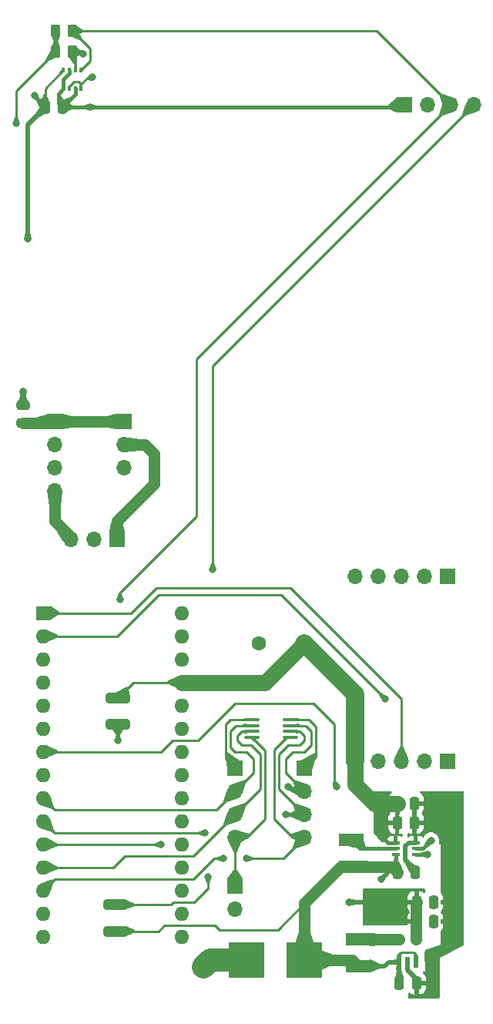
<source format=gtl>
G04 #@! TF.GenerationSoftware,KiCad,Pcbnew,7.0.7*
G04 #@! TF.CreationDate,2024-01-04T23:51:07+01:00*
G04 #@! TF.ProjectId,ExternalPCB,45787465-726e-4616-9c50-43422e6b6963,A*
G04 #@! TF.SameCoordinates,Original*
G04 #@! TF.FileFunction,Copper,L1,Top*
G04 #@! TF.FilePolarity,Positive*
%FSLAX46Y46*%
G04 Gerber Fmt 4.6, Leading zero omitted, Abs format (unit mm)*
G04 Created by KiCad (PCBNEW 7.0.7) date 2024-01-04 23:51:07*
%MOMM*%
%LPD*%
G01*
G04 APERTURE LIST*
G04 Aperture macros list*
%AMRoundRect*
0 Rectangle with rounded corners*
0 $1 Rounding radius*
0 $2 $3 $4 $5 $6 $7 $8 $9 X,Y pos of 4 corners*
0 Add a 4 corners polygon primitive as box body*
4,1,4,$2,$3,$4,$5,$6,$7,$8,$9,$2,$3,0*
0 Add four circle primitives for the rounded corners*
1,1,$1+$1,$2,$3*
1,1,$1+$1,$4,$5*
1,1,$1+$1,$6,$7*
1,1,$1+$1,$8,$9*
0 Add four rect primitives between the rounded corners*
20,1,$1+$1,$2,$3,$4,$5,0*
20,1,$1+$1,$4,$5,$6,$7,0*
20,1,$1+$1,$6,$7,$8,$9,0*
20,1,$1+$1,$8,$9,$2,$3,0*%
G04 Aperture macros list end*
G04 #@! TA.AperFunction,SMDPad,CuDef*
%ADD10R,0.600000X1.200000*%
G04 #@! TD*
G04 #@! TA.AperFunction,SMDPad,CuDef*
%ADD11R,2.700000X1.450000*%
G04 #@! TD*
G04 #@! TA.AperFunction,ComponentPad*
%ADD12R,1.700000X1.700000*%
G04 #@! TD*
G04 #@! TA.AperFunction,ComponentPad*
%ADD13O,1.700000X1.700000*%
G04 #@! TD*
G04 #@! TA.AperFunction,SMDPad,CuDef*
%ADD14RoundRect,0.250000X-1.075000X0.312500X-1.075000X-0.312500X1.075000X-0.312500X1.075000X0.312500X0*%
G04 #@! TD*
G04 #@! TA.AperFunction,SMDPad,CuDef*
%ADD15RoundRect,0.250000X-0.250000X-0.475000X0.250000X-0.475000X0.250000X0.475000X-0.250000X0.475000X0*%
G04 #@! TD*
G04 #@! TA.AperFunction,SMDPad,CuDef*
%ADD16RoundRect,0.250000X1.075000X-0.312500X1.075000X0.312500X-1.075000X0.312500X-1.075000X-0.312500X0*%
G04 #@! TD*
G04 #@! TA.AperFunction,SMDPad,CuDef*
%ADD17R,4.000000X4.000000*%
G04 #@! TD*
G04 #@! TA.AperFunction,SMDPad,CuDef*
%ADD18RoundRect,0.100000X-0.712500X-0.100000X0.712500X-0.100000X0.712500X0.100000X-0.712500X0.100000X0*%
G04 #@! TD*
G04 #@! TA.AperFunction,SMDPad,CuDef*
%ADD19R,0.900000X0.400000*%
G04 #@! TD*
G04 #@! TA.AperFunction,ComponentPad*
%ADD20R,1.600000X1.600000*%
G04 #@! TD*
G04 #@! TA.AperFunction,ComponentPad*
%ADD21O,1.600000X1.600000*%
G04 #@! TD*
G04 #@! TA.AperFunction,SMDPad,CuDef*
%ADD22RoundRect,0.250000X-0.262500X-0.450000X0.262500X-0.450000X0.262500X0.450000X-0.262500X0.450000X0*%
G04 #@! TD*
G04 #@! TA.AperFunction,SMDPad,CuDef*
%ADD23R,0.350000X0.500000*%
G04 #@! TD*
G04 #@! TA.AperFunction,SMDPad,CuDef*
%ADD24RoundRect,0.250000X0.475000X-0.250000X0.475000X0.250000X-0.475000X0.250000X-0.475000X-0.250000X0*%
G04 #@! TD*
G04 #@! TA.AperFunction,ComponentPad*
%ADD25C,1.600000*%
G04 #@! TD*
G04 #@! TA.AperFunction,SMDPad,CuDef*
%ADD26RoundRect,0.250000X0.250000X0.475000X-0.250000X0.475000X-0.250000X-0.475000X0.250000X-0.475000X0*%
G04 #@! TD*
G04 #@! TA.AperFunction,ViaPad*
%ADD27C,0.800000*%
G04 #@! TD*
G04 #@! TA.AperFunction,ViaPad*
%ADD28C,1.200000*%
G04 #@! TD*
G04 #@! TA.AperFunction,Conductor*
%ADD29C,0.254000*%
G04 #@! TD*
G04 #@! TA.AperFunction,Conductor*
%ADD30C,0.508000*%
G04 #@! TD*
G04 #@! TA.AperFunction,Conductor*
%ADD31C,1.270000*%
G04 #@! TD*
G04 #@! TA.AperFunction,Conductor*
%ADD32C,0.381000*%
G04 #@! TD*
G04 #@! TA.AperFunction,Conductor*
%ADD33C,2.540000*%
G04 #@! TD*
G04 #@! TA.AperFunction,Conductor*
%ADD34C,1.778000*%
G04 #@! TD*
G04 #@! TA.AperFunction,Conductor*
%ADD35C,2.032000*%
G04 #@! TD*
G04 #@! TA.AperFunction,Conductor*
%ADD36C,0.457200*%
G04 #@! TD*
G04 APERTURE END LIST*
D10*
X90556000Y-146010000D03*
X91506000Y-146010000D03*
X92456000Y-146010000D03*
X92456000Y-143510000D03*
X90556000Y-143510000D03*
D11*
X86106000Y-146460000D03*
X86106000Y-143510000D03*
X85344000Y-135538000D03*
X85344000Y-132588000D03*
D12*
X91186000Y-51816000D03*
D13*
X93726000Y-51816000D03*
X96266000Y-51816000D03*
X98806000Y-51816000D03*
D14*
X59436000Y-139700000D03*
X59436000Y-142625000D03*
D12*
X52752000Y-86614000D03*
D13*
X52752000Y-89154000D03*
X52752000Y-91694000D03*
X52752000Y-94234000D03*
D12*
X80184000Y-124714000D03*
D13*
X80184000Y-127254000D03*
X80184000Y-129794000D03*
X80184000Y-132334000D03*
D15*
X90626000Y-148336000D03*
X92526000Y-148336000D03*
D16*
X59690000Y-119888000D03*
X59690000Y-116963000D03*
D17*
X80209400Y-145770600D03*
D12*
X72564000Y-124714000D03*
D13*
X72564000Y-127254000D03*
X72564000Y-129794000D03*
X72564000Y-132334000D03*
D18*
X74435000Y-119380000D03*
X74435000Y-120030000D03*
X74435000Y-120680000D03*
X74435000Y-121330000D03*
X78660000Y-121330000D03*
X78660000Y-120680000D03*
X78660000Y-120030000D03*
X78660000Y-119380000D03*
D19*
X92414200Y-134188200D03*
X92414200Y-133538200D03*
X92414200Y-132888200D03*
X90214200Y-132888200D03*
X90214200Y-133538200D03*
X90214200Y-134188200D03*
D20*
X51456600Y-107670600D03*
D21*
X51456600Y-110210600D03*
X51456600Y-112750600D03*
X51456600Y-115290600D03*
X51456600Y-117830600D03*
X51456600Y-120370600D03*
X51456600Y-122910600D03*
X51456600Y-125450600D03*
X51456600Y-127990600D03*
X51456600Y-130530600D03*
X51456600Y-133070600D03*
X51456600Y-135610600D03*
X51456600Y-138150600D03*
X51456600Y-140690600D03*
X51456600Y-143230600D03*
X66696600Y-143230600D03*
X66696600Y-140690600D03*
X66696600Y-138150600D03*
X66696600Y-135610600D03*
X66696600Y-133070600D03*
X66696600Y-130530600D03*
X66696600Y-127990600D03*
X66696600Y-125450600D03*
X66696600Y-122910600D03*
X66696600Y-120370600D03*
X66696600Y-117830600D03*
X66696600Y-115290600D03*
X66696600Y-112750600D03*
X66696600Y-110210600D03*
X66696600Y-107670600D03*
D12*
X59595000Y-99568000D03*
D13*
X57055000Y-99568000D03*
X54515000Y-99568000D03*
D15*
X90450600Y-136118600D03*
X92350600Y-136118600D03*
X90379400Y-130708400D03*
X92279400Y-130708400D03*
D17*
X73859400Y-145796000D03*
D12*
X95927000Y-103632000D03*
D13*
X93387000Y-103632000D03*
X90847000Y-103632000D03*
X88307000Y-103632000D03*
X85767000Y-103632000D03*
D15*
X92522000Y-141572400D03*
X94422000Y-141572400D03*
D12*
X60372000Y-86614000D03*
D13*
X60372000Y-89154000D03*
X60372000Y-91694000D03*
D22*
X52851000Y-43688000D03*
X54676000Y-43688000D03*
D12*
X95932000Y-123952000D03*
D13*
X93392000Y-123952000D03*
X90852000Y-123952000D03*
X88312000Y-123952000D03*
X85772000Y-123952000D03*
D22*
X52851000Y-45974000D03*
X54676000Y-45974000D03*
D23*
X53701000Y-47997000D03*
X54351000Y-47997000D03*
X55001000Y-47997000D03*
X55651000Y-47997000D03*
X55651000Y-50047000D03*
X55001000Y-50047000D03*
X54351000Y-50047000D03*
X53701000Y-50047000D03*
D15*
X92522000Y-139438800D03*
X94422000Y-139438800D03*
D24*
X49276000Y-86736000D03*
X49276000Y-84836000D03*
D25*
X80184000Y-110998000D03*
X75184000Y-110998000D03*
D15*
X90394600Y-128574800D03*
X92294600Y-128574800D03*
D12*
X72564000Y-137668000D03*
D13*
X72564000Y-140208000D03*
D26*
X53594000Y-52070000D03*
X51694000Y-52070000D03*
D27*
X94234000Y-145288000D03*
X94234000Y-146304000D03*
X94234000Y-147320000D03*
X94234000Y-148336000D03*
X94234000Y-149352000D03*
X89074000Y-117094000D03*
X56896000Y-48768000D03*
X49784000Y-66548000D03*
X96520000Y-143510000D03*
X96520000Y-141478000D03*
X96520000Y-142494000D03*
X50546000Y-50800000D03*
X96520000Y-129032000D03*
X96520000Y-131064000D03*
X96520000Y-140462000D03*
D28*
X69088000Y-146558000D03*
D27*
X96520000Y-130048000D03*
X96520000Y-128016000D03*
X49276000Y-83312000D03*
X83740000Y-126746000D03*
X69262000Y-131826000D03*
X78152000Y-129794000D03*
X78406000Y-126746000D03*
X64436000Y-133096000D03*
X71294000Y-134620000D03*
X73834000Y-134620000D03*
X55880000Y-46228000D03*
X70104000Y-102870000D03*
X59944000Y-106172000D03*
X94103200Y-132664200D03*
X88718400Y-132232400D03*
X93722200Y-134188200D03*
X88616800Y-136906000D03*
X56642000Y-52070000D03*
X85090000Y-139446000D03*
X48514000Y-53848000D03*
X59690000Y-121666000D03*
X69596000Y-136652000D03*
D29*
X90830400Y-144932400D02*
X90556000Y-145206800D01*
X92202000Y-144932400D02*
X90830400Y-144932400D01*
X92456000Y-145186400D02*
X92202000Y-144932400D01*
X92456000Y-146010000D02*
X92456000Y-145186400D01*
X90556000Y-145206800D02*
X90556000Y-146010000D01*
D30*
X92514800Y-139446000D02*
X92522000Y-139438800D01*
X85090000Y-139446000D02*
X92514800Y-139446000D01*
D31*
X92456000Y-139504800D02*
X92522000Y-139438800D01*
X92456000Y-143510000D02*
X92456000Y-139504800D01*
D30*
X92526000Y-147898000D02*
X91506000Y-146878000D01*
X91506000Y-146878000D02*
X91506000Y-146010000D01*
X92526000Y-148336000D02*
X92526000Y-147898000D01*
X90556000Y-148266000D02*
X90626000Y-148336000D01*
X90556000Y-146010000D02*
X90556000Y-148266000D01*
D31*
X85416600Y-145770600D02*
X86106000Y-146460000D01*
X80209400Y-145770600D02*
X85416600Y-145770600D01*
D30*
X88998000Y-146460000D02*
X86106000Y-146460000D01*
X89448000Y-146010000D02*
X88998000Y-146460000D01*
X90556000Y-146010000D02*
X89448000Y-146010000D01*
D31*
X90556000Y-143510000D02*
X86106000Y-143510000D01*
D32*
X85344000Y-132588000D02*
X86294200Y-133538200D01*
X86294200Y-133538200D02*
X90214200Y-133538200D01*
D29*
X63928000Y-104902000D02*
X78660000Y-104902000D01*
X51456600Y-107670600D02*
X61159400Y-107670600D01*
X61159400Y-107670600D02*
X63928000Y-104902000D01*
X90852000Y-117094000D02*
X90852000Y-123952000D01*
X78660000Y-104902000D02*
X90852000Y-117094000D01*
X51456600Y-110210600D02*
X59635400Y-110210600D01*
X64182000Y-105664000D02*
X77644000Y-105664000D01*
X77644000Y-105664000D02*
X89074000Y-117094000D01*
X59635400Y-110210600D02*
X64182000Y-105664000D01*
X55651000Y-50047000D02*
X55651000Y-49555000D01*
D30*
X49276000Y-84836000D02*
X49276000Y-83312000D01*
D29*
X55651000Y-49555000D02*
X55372000Y-49276000D01*
D33*
X69850000Y-145796000D02*
X69088000Y-146558000D01*
D30*
X91673400Y-132884200D02*
X92414200Y-132884200D01*
X91258400Y-133299200D02*
X91673400Y-132884200D01*
D29*
X54351000Y-49789000D02*
X54864000Y-49276000D01*
X80692000Y-119380000D02*
X78660000Y-119380000D01*
X53701000Y-47997000D02*
X51694000Y-50004000D01*
X55651000Y-49555000D02*
X56438000Y-48768000D01*
X81454000Y-120142000D02*
X80692000Y-119380000D01*
X81454000Y-123444000D02*
X81454000Y-120142000D01*
D30*
X92350600Y-135915400D02*
X91258400Y-134823200D01*
D29*
X51694000Y-50004000D02*
X51694000Y-52070000D01*
X56438000Y-48768000D02*
X56896000Y-48768000D01*
X80184000Y-124714000D02*
X81454000Y-123444000D01*
X50546000Y-50800000D02*
X50546000Y-50922000D01*
D33*
X73859400Y-145796000D02*
X69850000Y-145796000D01*
D30*
X92350600Y-136118600D02*
X92350600Y-135915400D01*
D29*
X55372000Y-49276000D02*
X54864000Y-49276000D01*
D30*
X49784000Y-53980000D02*
X49784000Y-66548000D01*
X91258400Y-134823200D02*
X91258400Y-133299200D01*
D29*
X50546000Y-50922000D02*
X51694000Y-52070000D01*
X54351000Y-50047000D02*
X54351000Y-49789000D01*
D30*
X51694000Y-52070000D02*
X49784000Y-53980000D01*
D29*
X51456600Y-122910600D02*
X64461400Y-122910600D01*
X64461400Y-122910600D02*
X65706000Y-121666000D01*
X83486000Y-119888000D02*
X83486000Y-126492000D01*
X65706000Y-121666000D02*
X68500000Y-121666000D01*
X81200000Y-117602000D02*
X83486000Y-119888000D01*
X72564000Y-117602000D02*
X81200000Y-117602000D01*
X83486000Y-126492000D02*
X83740000Y-126746000D01*
X68500000Y-121666000D02*
X72564000Y-117602000D01*
X52752000Y-129286000D02*
X51456600Y-127990600D01*
X70532000Y-129286000D02*
X52752000Y-129286000D01*
X72056000Y-122428000D02*
X72056000Y-120650000D01*
X72564000Y-127254000D02*
X74596000Y-125222000D01*
X74596000Y-123698000D02*
X73834000Y-122936000D01*
X73834000Y-122936000D02*
X72564000Y-122936000D01*
X74596000Y-125222000D02*
X74596000Y-123698000D01*
X72564000Y-122936000D02*
X72056000Y-122428000D01*
X72676000Y-120030000D02*
X74435000Y-120030000D01*
X72056000Y-120650000D02*
X72676000Y-120030000D01*
X72564000Y-127254000D02*
X70532000Y-129286000D01*
X78406000Y-122174000D02*
X79676000Y-122174000D01*
X80184000Y-121666000D02*
X80184000Y-121158000D01*
X80184000Y-129794000D02*
X78152000Y-129794000D01*
X52752000Y-131826000D02*
X51456600Y-130530600D01*
X77390000Y-127000000D02*
X77390000Y-123190000D01*
X77390000Y-123190000D02*
X78406000Y-122174000D01*
X80184000Y-121158000D02*
X79706000Y-120680000D01*
X79676000Y-122174000D02*
X80184000Y-121666000D01*
X80184000Y-129794000D02*
X77390000Y-127000000D01*
X69262000Y-131826000D02*
X52752000Y-131826000D01*
X79706000Y-120680000D02*
X78660000Y-120680000D01*
X51482000Y-133096000D02*
X51456600Y-133070600D01*
X78152000Y-125222000D02*
X78152000Y-123698000D01*
X78914000Y-127254000D02*
X78406000Y-126746000D01*
X78152000Y-123698000D02*
X78914000Y-122936000D01*
X64436000Y-133096000D02*
X51482000Y-133096000D01*
X80184000Y-127254000D02*
X78914000Y-127254000D01*
X80184000Y-122936000D02*
X80946000Y-122174000D01*
X80184000Y-127254000D02*
X78152000Y-125222000D01*
X80946000Y-122174000D02*
X80946000Y-120650000D01*
X78914000Y-122936000D02*
X80184000Y-122936000D01*
X80326000Y-120030000D02*
X78660000Y-120030000D01*
X80946000Y-120650000D02*
X80326000Y-120030000D01*
X75358000Y-127000000D02*
X75358000Y-123190000D01*
X73326000Y-122174000D02*
X72818000Y-121666000D01*
X72564000Y-129794000D02*
X67992000Y-134366000D01*
X73296000Y-120680000D02*
X74435000Y-120680000D01*
X60452000Y-134366000D02*
X59182000Y-135636000D01*
X67992000Y-134366000D02*
X60452000Y-134366000D01*
X51482000Y-135636000D02*
X51456600Y-135610600D01*
X72818000Y-121666000D02*
X72818000Y-121158000D01*
X74342000Y-122174000D02*
X73326000Y-122174000D01*
X72564000Y-129794000D02*
X75358000Y-127000000D01*
X59182000Y-135636000D02*
X51482000Y-135636000D01*
X72818000Y-121158000D02*
X73296000Y-120680000D01*
X75358000Y-123190000D02*
X74342000Y-122174000D01*
X67992000Y-136906000D02*
X52701200Y-136906000D01*
X80184000Y-132334000D02*
X77898000Y-134620000D01*
X76882000Y-122682000D02*
X78234000Y-121330000D01*
X80184000Y-132334000D02*
X78914000Y-132334000D01*
X70278000Y-134620000D02*
X67992000Y-136906000D01*
X52701200Y-136906000D02*
X51456600Y-138150600D01*
X78914000Y-132334000D02*
X76882000Y-130302000D01*
X78234000Y-121330000D02*
X78660000Y-121330000D01*
X76882000Y-130302000D02*
X76882000Y-122682000D01*
X77898000Y-134620000D02*
X73834000Y-134620000D01*
X71294000Y-134620000D02*
X70278000Y-134620000D01*
X54676000Y-45974000D02*
X55626000Y-45974000D01*
X55001000Y-47997000D02*
X55001000Y-46299000D01*
X98806000Y-51816000D02*
X70104000Y-80518000D01*
X55001000Y-46299000D02*
X54676000Y-45974000D01*
X55626000Y-45974000D02*
X55880000Y-46228000D01*
X70104000Y-80518000D02*
X70104000Y-102870000D01*
X68326000Y-79756000D02*
X68326000Y-90170000D01*
X60452000Y-104902000D02*
X59944000Y-105410000D01*
X54676000Y-43688000D02*
X88138000Y-43688000D01*
X68326000Y-97028000D02*
X60452000Y-104902000D01*
X56642000Y-45654000D02*
X54676000Y-43688000D01*
X68326000Y-90170000D02*
X68326000Y-97028000D01*
X55651000Y-47997000D02*
X56642000Y-47006000D01*
X59944000Y-105410000D02*
X59944000Y-106172000D01*
X88138000Y-43688000D02*
X96266000Y-51816000D01*
X56642000Y-47006000D02*
X56642000Y-45654000D01*
X96266000Y-51816000D02*
X68326000Y-79756000D01*
D32*
X93229200Y-133538200D02*
X94103200Y-132664200D01*
D34*
X75891400Y-115290600D02*
X80184000Y-110998000D01*
D32*
X92414200Y-133538200D02*
X93229200Y-133538200D01*
D29*
X59690000Y-116963000D02*
X61362400Y-115290600D01*
D31*
X49276000Y-86736000D02*
X52630000Y-86736000D01*
D29*
X61362400Y-115290600D02*
X66696600Y-115290600D01*
D34*
X85772000Y-126492000D02*
X85772000Y-123952000D01*
D31*
X52752000Y-86614000D02*
X60372000Y-86614000D01*
D32*
X89374200Y-132888200D02*
X90214200Y-132888200D01*
D35*
X85772000Y-116586000D02*
X80184000Y-110998000D01*
X85772000Y-123952000D02*
X85772000Y-116586000D01*
D32*
X88718400Y-132232400D02*
X89374200Y-132888200D01*
D31*
X52630000Y-86736000D02*
X52752000Y-86614000D01*
D34*
X87854800Y-128574800D02*
X85772000Y-126492000D01*
X90394600Y-128574800D02*
X87854800Y-128574800D01*
X66696600Y-115290600D02*
X75891400Y-115290600D01*
D31*
X80209400Y-145770600D02*
X80209400Y-139547600D01*
X80209400Y-139547600D02*
X84172800Y-135584200D01*
D29*
X64770000Y-141986000D02*
X70358000Y-141986000D01*
X70866000Y-142494000D02*
X77263000Y-142494000D01*
X70358000Y-141986000D02*
X70866000Y-142494000D01*
D32*
X90214200Y-134188200D02*
X90214200Y-135882200D01*
X88616800Y-136906000D02*
X88616800Y-136883600D01*
X92414200Y-134188200D02*
X93722200Y-134188200D01*
D29*
X77263000Y-142494000D02*
X80209400Y-139547600D01*
D32*
X88616800Y-136883600D02*
X89916200Y-135584200D01*
D31*
X89916200Y-135584200D02*
X90450600Y-136118600D01*
D29*
X64131000Y-142625000D02*
X64770000Y-141986000D01*
D31*
X86818400Y-135584200D02*
X89916200Y-135584200D01*
D32*
X90214200Y-135882200D02*
X90450600Y-136118600D01*
D29*
X59243500Y-142625000D02*
X64131000Y-142625000D01*
D31*
X84172800Y-135584200D02*
X86818400Y-135584200D01*
D32*
X92401400Y-142072400D02*
X92401400Y-141572400D01*
D30*
X85097200Y-139438800D02*
X85090000Y-139446000D01*
D29*
X52851000Y-45974000D02*
X52832000Y-45974000D01*
X71548000Y-119888000D02*
X72056000Y-119380000D01*
D32*
X53594000Y-52070000D02*
X53152000Y-51628000D01*
X53701000Y-48981000D02*
X53701000Y-50047000D01*
D29*
X72056000Y-119380000D02*
X74435000Y-119380000D01*
X52851000Y-43688000D02*
X52851000Y-45974000D01*
X71548000Y-123698000D02*
X71548000Y-119888000D01*
D32*
X53152000Y-51628000D02*
X53152000Y-50596000D01*
D29*
X72564000Y-124714000D02*
X71548000Y-123698000D01*
D32*
X56642000Y-52070000D02*
X90932000Y-52070000D01*
X53152000Y-50596000D02*
X53701000Y-50047000D01*
D36*
X92421400Y-141592400D02*
X92401400Y-141572400D01*
D29*
X48514000Y-50292000D02*
X48514000Y-53848000D01*
D32*
X92421400Y-141732800D02*
X92581800Y-141572400D01*
X53594000Y-52070000D02*
X56642000Y-52070000D01*
X55001000Y-50663000D02*
X53594000Y-52070000D01*
D29*
X52832000Y-45974000D02*
X48514000Y-50292000D01*
D32*
X54351000Y-47997000D02*
X54351000Y-48331000D01*
X90932000Y-52070000D02*
X91186000Y-51816000D01*
X54351000Y-48331000D02*
X53701000Y-48981000D01*
X55001000Y-50047000D02*
X55001000Y-50663000D01*
D31*
X63674000Y-93472000D02*
X63674000Y-90170000D01*
X59595000Y-99568000D02*
X59595000Y-97551000D01*
X59595000Y-97551000D02*
X63674000Y-93472000D01*
X63674000Y-90170000D02*
X62658000Y-89154000D01*
X62658000Y-89154000D02*
X60372000Y-89154000D01*
X54515000Y-99568000D02*
X54515000Y-99299000D01*
X54515000Y-99299000D02*
X52752000Y-97536000D01*
X52752000Y-97536000D02*
X52752000Y-94234000D01*
D29*
X75866000Y-122761000D02*
X74435000Y-121330000D01*
X72564000Y-136906000D02*
X72564000Y-132334000D01*
X75866000Y-130302000D02*
X75866000Y-122761000D01*
X73834000Y-132334000D02*
X75866000Y-130302000D01*
X72564000Y-132334000D02*
X73834000Y-132334000D01*
X59690000Y-119888000D02*
X59690000Y-121666000D01*
X59243500Y-139700000D02*
X65024000Y-139700000D01*
X69596000Y-137922000D02*
X69596000Y-136652000D01*
X68072000Y-139446000D02*
X69596000Y-137922000D01*
X65024000Y-139700000D02*
X65532000Y-139700000D01*
X65786000Y-139446000D02*
X68072000Y-139446000D01*
X65532000Y-139700000D02*
X65786000Y-139446000D01*
G04 #@! TA.AperFunction,Conductor*
G36*
X97678439Y-127248285D02*
G01*
X97724194Y-127301089D01*
X97735400Y-127352600D01*
X97735400Y-144044954D01*
X97715715Y-144111993D01*
X97707440Y-144119600D01*
X95170000Y-144119600D01*
X95170000Y-142661423D01*
X95189685Y-142594384D01*
X95206319Y-142573742D01*
X95264315Y-142515745D01*
X95356356Y-142366524D01*
X95356358Y-142366519D01*
X95411505Y-142200097D01*
X95411506Y-142200090D01*
X95421999Y-142097386D01*
X95422000Y-142097373D01*
X95422000Y-141822400D01*
X95170000Y-141822400D01*
X95170000Y-141322400D01*
X95421999Y-141322400D01*
X95421999Y-141047428D01*
X95421998Y-141047413D01*
X95411505Y-140944702D01*
X95356358Y-140778280D01*
X95356356Y-140778275D01*
X95264315Y-140629054D01*
X95228541Y-140593279D01*
X95195056Y-140531956D01*
X95200042Y-140462264D01*
X95228543Y-140417917D01*
X95264315Y-140382144D01*
X95356356Y-140232924D01*
X95356358Y-140232919D01*
X95411505Y-140066497D01*
X95411506Y-140066490D01*
X95421999Y-139963786D01*
X95422000Y-139963773D01*
X95422000Y-139688800D01*
X95170000Y-139688800D01*
X95170000Y-139188800D01*
X95421999Y-139188800D01*
X95421999Y-138913828D01*
X95421998Y-138913813D01*
X95411505Y-138811102D01*
X95356358Y-138644680D01*
X95356356Y-138644675D01*
X95264315Y-138495454D01*
X95206319Y-138437458D01*
X95172834Y-138376135D01*
X95170000Y-138349777D01*
X95170000Y-133121400D01*
X95170000Y-127228600D01*
X97611400Y-127228600D01*
X97678439Y-127248285D01*
G37*
G04 #@! TD.AperFunction*
G04 #@! TA.AperFunction,Conductor*
G36*
X89758198Y-127248285D02*
G01*
X89803953Y-127301089D01*
X89813897Y-127370247D01*
X89784872Y-127433803D01*
X89756256Y-127458139D01*
X89676254Y-127507484D01*
X89552284Y-127631454D01*
X89460243Y-127780675D01*
X89460241Y-127780680D01*
X89405094Y-127947102D01*
X89405093Y-127947109D01*
X89394600Y-128049813D01*
X89394600Y-128324800D01*
X90520600Y-128324800D01*
X90587639Y-128344485D01*
X90633394Y-128397289D01*
X90644600Y-128448800D01*
X90644600Y-129773238D01*
X90629400Y-129825002D01*
X90629400Y-131933399D01*
X90679372Y-131933399D01*
X90679386Y-131933398D01*
X90782095Y-131922906D01*
X90818495Y-131910844D01*
X90888323Y-131908442D01*
X90948365Y-131944173D01*
X90979558Y-132006693D01*
X90981500Y-132028550D01*
X90981500Y-132094305D01*
X90961815Y-132161344D01*
X90909011Y-132207099D01*
X90839853Y-132217043D01*
X90814167Y-132210487D01*
X90771580Y-132194603D01*
X90771572Y-132194601D01*
X90712044Y-132188200D01*
X90414200Y-132188200D01*
X90414200Y-132713700D01*
X90394515Y-132780739D01*
X90341711Y-132826494D01*
X90290200Y-132837700D01*
X90138200Y-132837700D01*
X90071161Y-132818015D01*
X90025406Y-132765211D01*
X90014200Y-132713700D01*
X90014200Y-132188200D01*
X89716355Y-132188200D01*
X89656827Y-132194601D01*
X89656820Y-132194603D01*
X89522113Y-132244845D01*
X89522106Y-132244849D01*
X89407012Y-132331009D01*
X89407009Y-132331012D01*
X89320849Y-132446106D01*
X89320845Y-132446113D01*
X89270603Y-132580820D01*
X89270601Y-132580827D01*
X89264200Y-132640355D01*
X89264200Y-132723200D01*
X89244515Y-132790239D01*
X89191711Y-132835994D01*
X89140200Y-132847200D01*
X88756057Y-132847200D01*
X88689018Y-132827515D01*
X88664150Y-132806440D01*
X88233573Y-132331012D01*
X87785291Y-131836033D01*
X87754879Y-131773129D01*
X87753200Y-131752794D01*
X87753200Y-130958400D01*
X89379401Y-130958400D01*
X89379401Y-131233386D01*
X89389894Y-131336097D01*
X89445041Y-131502519D01*
X89445043Y-131502524D01*
X89537084Y-131651745D01*
X89661054Y-131775715D01*
X89810275Y-131867756D01*
X89810280Y-131867758D01*
X89976702Y-131922905D01*
X89976709Y-131922906D01*
X90079419Y-131933399D01*
X90129399Y-131933398D01*
X90129400Y-131933398D01*
X90129400Y-130958400D01*
X89379401Y-130958400D01*
X87753200Y-130958400D01*
X87753200Y-130458400D01*
X89379400Y-130458400D01*
X90129400Y-130458400D01*
X90129400Y-129509962D01*
X90144600Y-129458197D01*
X90144600Y-128824800D01*
X89394601Y-128824800D01*
X89394601Y-129099786D01*
X89405094Y-129202497D01*
X89460241Y-129368919D01*
X89460243Y-129368924D01*
X89552284Y-129518145D01*
X89580458Y-129546319D01*
X89613943Y-129607642D01*
X89608959Y-129677334D01*
X89580458Y-129721681D01*
X89537084Y-129765054D01*
X89445043Y-129914275D01*
X89445041Y-129914280D01*
X89389894Y-130080702D01*
X89389893Y-130080709D01*
X89379400Y-130183413D01*
X89379400Y-130458400D01*
X87753200Y-130458400D01*
X87753200Y-127352600D01*
X87772885Y-127285561D01*
X87825689Y-127239806D01*
X87877200Y-127228600D01*
X89691159Y-127228600D01*
X89758198Y-127248285D01*
G37*
G04 #@! TD.AperFunction*
G04 #@! TA.AperFunction,Conductor*
G36*
X95170000Y-133121400D02*
G01*
X95072160Y-133121400D01*
X95005121Y-133101715D01*
X94959366Y-133048911D01*
X94949422Y-132979753D01*
X94954229Y-132959082D01*
X94975244Y-132894404D01*
X94988874Y-132852456D01*
X95008660Y-132664200D01*
X94988874Y-132475944D01*
X94930379Y-132295916D01*
X94835733Y-132131984D01*
X94709071Y-131991312D01*
X94655256Y-131952213D01*
X94555934Y-131880051D01*
X94555929Y-131880048D01*
X94383007Y-131803057D01*
X94383002Y-131803055D01*
X94237200Y-131772065D01*
X94197846Y-131763700D01*
X94008554Y-131763700D01*
X93976097Y-131770598D01*
X93823397Y-131803055D01*
X93823392Y-131803057D01*
X93650470Y-131880048D01*
X93650465Y-131880051D01*
X93497329Y-131991311D01*
X93370667Y-132131983D01*
X93315241Y-132227983D01*
X93264673Y-132276198D01*
X93196066Y-132289420D01*
X93133544Y-132265249D01*
X93106293Y-132244849D01*
X93106286Y-132244845D01*
X92971579Y-132194603D01*
X92971572Y-132194601D01*
X92912044Y-132188200D01*
X92614200Y-132188200D01*
X92614200Y-132713700D01*
X92594515Y-132780739D01*
X92541711Y-132826494D01*
X92490200Y-132837700D01*
X92338200Y-132837700D01*
X92271161Y-132818015D01*
X92225406Y-132765211D01*
X92214200Y-132713700D01*
X92214200Y-132188200D01*
X91916355Y-132188200D01*
X91856827Y-132194601D01*
X91856820Y-132194603D01*
X91722113Y-132244845D01*
X91722106Y-132244849D01*
X91685310Y-132272395D01*
X91619846Y-132296812D01*
X91551573Y-132281960D01*
X91502168Y-132232555D01*
X91487000Y-132173128D01*
X91487000Y-131952213D01*
X91506685Y-131885174D01*
X91559489Y-131839419D01*
X91628647Y-131829475D01*
X91676098Y-131846675D01*
X91710273Y-131867755D01*
X91710280Y-131867758D01*
X91876702Y-131922905D01*
X91876709Y-131922906D01*
X91979419Y-131933399D01*
X92029399Y-131933398D01*
X92029400Y-131933398D01*
X92029400Y-130958400D01*
X92529400Y-130958400D01*
X92529400Y-131933399D01*
X92579372Y-131933399D01*
X92579386Y-131933398D01*
X92682097Y-131922905D01*
X92848519Y-131867758D01*
X92848524Y-131867756D01*
X92997745Y-131775715D01*
X93121715Y-131651745D01*
X93213756Y-131502524D01*
X93213758Y-131502519D01*
X93268905Y-131336097D01*
X93268906Y-131336090D01*
X93279399Y-131233386D01*
X93279400Y-131233373D01*
X93279400Y-130958400D01*
X92529400Y-130958400D01*
X92029400Y-130958400D01*
X92029400Y-130458400D01*
X92529400Y-130458400D01*
X93279399Y-130458400D01*
X93279399Y-130183428D01*
X93279398Y-130183413D01*
X93268905Y-130080702D01*
X93213758Y-129914280D01*
X93213756Y-129914275D01*
X93121715Y-129765054D01*
X93093542Y-129736881D01*
X93060057Y-129675558D01*
X93065041Y-129605866D01*
X93093542Y-129561519D01*
X93136915Y-129518145D01*
X93228956Y-129368924D01*
X93228958Y-129368919D01*
X93284105Y-129202497D01*
X93284106Y-129202490D01*
X93294599Y-129099786D01*
X93294600Y-129099773D01*
X93294600Y-128824800D01*
X92544600Y-128824800D01*
X92544600Y-129773238D01*
X92529400Y-129825002D01*
X92529400Y-130458400D01*
X92029400Y-130458400D01*
X92029399Y-129509962D01*
X92044600Y-129458193D01*
X92044600Y-128448800D01*
X92064285Y-128381761D01*
X92117089Y-128336006D01*
X92168600Y-128324800D01*
X93294599Y-128324800D01*
X93294599Y-128049828D01*
X93294598Y-128049813D01*
X93284105Y-127947102D01*
X93228958Y-127780680D01*
X93228956Y-127780675D01*
X93136915Y-127631454D01*
X93012945Y-127507484D01*
X92932944Y-127458139D01*
X92886220Y-127406191D01*
X92874997Y-127337228D01*
X92902841Y-127273146D01*
X92960910Y-127234290D01*
X92998041Y-127228600D01*
X95170000Y-127228600D01*
X95170000Y-133121400D01*
G37*
G04 #@! TD.AperFunction*
G04 #@! TA.AperFunction,Conductor*
G36*
X93415039Y-137941685D02*
G01*
X93460794Y-137994489D01*
X93472000Y-138046000D01*
X93472000Y-138303777D01*
X93452315Y-138370816D01*
X93399511Y-138416571D01*
X93330353Y-138426515D01*
X93266797Y-138397490D01*
X93260319Y-138391458D01*
X93240345Y-138371484D01*
X93091124Y-138279443D01*
X93091119Y-138279441D01*
X92924697Y-138224294D01*
X92924690Y-138224293D01*
X92821986Y-138213800D01*
X92772000Y-138213800D01*
X92772000Y-141322400D01*
X92771999Y-142720038D01*
X92752314Y-142787078D01*
X92735681Y-142807719D01*
X92706000Y-142837400D01*
X92706000Y-143636000D01*
X92686315Y-143703039D01*
X92633511Y-143748794D01*
X92582000Y-143760000D01*
X92330000Y-143760000D01*
X92262961Y-143740315D01*
X92217206Y-143687511D01*
X92206000Y-143636000D01*
X92206000Y-142487362D01*
X92225685Y-142420323D01*
X92242319Y-142399681D01*
X92272000Y-142369999D01*
X92272000Y-141822400D01*
X91522001Y-141822400D01*
X91522001Y-141862000D01*
X91502316Y-141929039D01*
X91449512Y-141974794D01*
X91398001Y-141986000D01*
X86738000Y-141986000D01*
X86670961Y-141966315D01*
X86625206Y-141913511D01*
X86614000Y-141862000D01*
X86614000Y-141322400D01*
X91522000Y-141322400D01*
X92271999Y-141322400D01*
X92272000Y-139688800D01*
X91522001Y-139688800D01*
X91522001Y-139963786D01*
X91532494Y-140066497D01*
X91587641Y-140232919D01*
X91587643Y-140232924D01*
X91679684Y-140382145D01*
X91715458Y-140417919D01*
X91748943Y-140479242D01*
X91743959Y-140548934D01*
X91715458Y-140593281D01*
X91679684Y-140629054D01*
X91587643Y-140778275D01*
X91587641Y-140778280D01*
X91532494Y-140944702D01*
X91532493Y-140944709D01*
X91522000Y-141047413D01*
X91522000Y-141322400D01*
X86614000Y-141322400D01*
X86614000Y-139188800D01*
X91522000Y-139188800D01*
X92272000Y-139188800D01*
X92272000Y-138213800D01*
X92271999Y-138213799D01*
X92222029Y-138213800D01*
X92222011Y-138213801D01*
X92119302Y-138224294D01*
X91952880Y-138279441D01*
X91952875Y-138279443D01*
X91803654Y-138371484D01*
X91679684Y-138495454D01*
X91587643Y-138644675D01*
X91587641Y-138644680D01*
X91532494Y-138811102D01*
X91532493Y-138811109D01*
X91522000Y-138913813D01*
X91522000Y-139188800D01*
X86614000Y-139188800D01*
X86614000Y-138046000D01*
X86633685Y-137978961D01*
X86686489Y-137933206D01*
X86738000Y-137922000D01*
X93348000Y-137922000D01*
X93415039Y-137941685D01*
G37*
G04 #@! TD.AperFunction*
G04 #@! TA.AperFunction,Conductor*
G36*
X97669435Y-144154535D02*
G01*
X95097600Y-145516599D01*
X95097600Y-149863895D01*
X95077915Y-149930934D01*
X95025111Y-149976689D01*
X94974499Y-149987892D01*
X91716083Y-150011503D01*
X91648902Y-149992304D01*
X91602766Y-149939833D01*
X91591190Y-149888719D01*
X91587881Y-149550505D01*
X91587225Y-149483453D01*
X91606253Y-149416226D01*
X91658607Y-149369957D01*
X91727664Y-149359337D01*
X91791501Y-149387739D01*
X91798900Y-149394561D01*
X91807654Y-149403315D01*
X91956875Y-149495356D01*
X91956880Y-149495358D01*
X92123302Y-149550505D01*
X92123309Y-149550506D01*
X92226019Y-149560999D01*
X92275999Y-149560998D01*
X92276000Y-149560998D01*
X92276000Y-148586000D01*
X92776000Y-148586000D01*
X92776000Y-149560999D01*
X92825972Y-149560999D01*
X92825986Y-149560998D01*
X92928697Y-149550505D01*
X93095119Y-149495358D01*
X93095124Y-149495356D01*
X93244345Y-149403315D01*
X93368315Y-149279345D01*
X93460356Y-149130124D01*
X93460358Y-149130119D01*
X93515505Y-148963697D01*
X93515506Y-148963690D01*
X93525999Y-148860986D01*
X93526000Y-148860973D01*
X93526000Y-148586000D01*
X92776000Y-148586000D01*
X92276000Y-148586000D01*
X92276000Y-148210000D01*
X92295685Y-148142961D01*
X92348489Y-148097206D01*
X92400000Y-148086000D01*
X93525999Y-148086000D01*
X93525999Y-147811028D01*
X93525998Y-147811013D01*
X93515505Y-147708302D01*
X93460358Y-147541880D01*
X93460356Y-147541875D01*
X93368315Y-147392654D01*
X93239766Y-147264105D01*
X93206281Y-147202782D01*
X93211265Y-147133090D01*
X93253137Y-147077157D01*
X93315767Y-147052976D01*
X93446600Y-147040600D01*
X93422179Y-144818315D01*
X93441126Y-144751065D01*
X93493424Y-144704732D01*
X93505350Y-144699866D01*
X95170000Y-144119600D01*
X97707440Y-144119600D01*
X97669435Y-144154535D01*
G37*
G04 #@! TD.AperFunction*
G04 #@! TA.AperFunction,Conductor*
G36*
X92412778Y-144968416D02*
G01*
X92414591Y-144970760D01*
X92670008Y-145405271D01*
X92671247Y-145414140D01*
X92670931Y-145415160D01*
X92465951Y-145985006D01*
X92459927Y-145991631D01*
X92450982Y-145992055D01*
X92444481Y-145986284D01*
X92158583Y-145415160D01*
X92157971Y-145413937D01*
X92157114Y-145405740D01*
X92226519Y-145140393D01*
X92229563Y-145135085D01*
X92396233Y-144968415D01*
X92404505Y-144964989D01*
X92412778Y-144968416D01*
G37*
G04 #@! TD.AperFunction*
G04 #@! TA.AperFunction,Conductor*
G36*
X90627835Y-144972504D02*
G01*
X90630029Y-144974228D01*
X90796654Y-145140853D01*
X90799824Y-145146685D01*
X90855144Y-145405990D01*
X90854163Y-145413668D01*
X90567744Y-145985833D01*
X90560977Y-145991697D01*
X90552045Y-145991058D01*
X90546222Y-145984411D01*
X90349876Y-145415195D01*
X90350417Y-145406259D01*
X90350926Y-145405325D01*
X90611759Y-144976421D01*
X90618986Y-144971134D01*
X90627835Y-144972504D01*
G37*
G04 #@! TD.AperFunction*
G04 #@! TA.AperFunction,Conductor*
G36*
X85103762Y-139048511D02*
G01*
X85880401Y-139190248D01*
X85887924Y-139195105D01*
X85890000Y-139201758D01*
X85890000Y-139690241D01*
X85886573Y-139698514D01*
X85880401Y-139701751D01*
X85103766Y-139843487D01*
X85095012Y-139841601D01*
X85090155Y-139834078D01*
X85089965Y-139832006D01*
X85089000Y-139446000D01*
X85089965Y-139059993D01*
X85093413Y-139051728D01*
X85101694Y-139048322D01*
X85103762Y-139048511D01*
G37*
G04 #@! TD.AperFunction*
G04 #@! TA.AperFunction,Conductor*
G36*
X91517061Y-146032802D02*
G01*
X91804578Y-146607159D01*
X91805791Y-146613166D01*
X91793374Y-146801485D01*
X91789972Y-146808988D01*
X91447796Y-147151164D01*
X91439523Y-147154591D01*
X91431250Y-147151164D01*
X91428303Y-147146204D01*
X91271165Y-146613845D01*
X91271493Y-146606266D01*
X91495706Y-146033770D01*
X91501913Y-146027319D01*
X91510866Y-146027145D01*
X91517061Y-146032802D01*
G37*
G04 #@! TD.AperFunction*
G04 #@! TA.AperFunction,Conductor*
G36*
X90561225Y-146024727D02*
G01*
X90566468Y-146029970D01*
X90854463Y-146606921D01*
X90855625Y-146613420D01*
X90811142Y-147019574D01*
X90806835Y-147027425D01*
X90799512Y-147030000D01*
X90312488Y-147030000D01*
X90304215Y-147026573D01*
X90300858Y-147019574D01*
X90256374Y-146613418D01*
X90257535Y-146606923D01*
X90545532Y-146029969D01*
X90552293Y-146024098D01*
X90561225Y-146024727D01*
G37*
G04 #@! TD.AperFunction*
G04 #@! TA.AperFunction,Conductor*
G36*
X90809912Y-146914427D02*
G01*
X90812708Y-146918910D01*
X91095779Y-147745605D01*
X91095217Y-147754542D01*
X91093818Y-147756738D01*
X90633973Y-148327109D01*
X90626113Y-148331399D01*
X90617522Y-148328874D01*
X90616798Y-148328240D01*
X90130591Y-147865371D01*
X90126962Y-147857185D01*
X90127153Y-147854774D01*
X90300227Y-146920568D01*
X90305103Y-146913058D01*
X90311731Y-146911000D01*
X90801639Y-146911000D01*
X90809912Y-146914427D01*
G37*
G04 #@! TD.AperFunction*
G04 #@! TA.AperFunction,Conductor*
G36*
X82214100Y-144772315D02*
G01*
X83201713Y-145132794D01*
X83208308Y-145138849D01*
X83209400Y-145143784D01*
X83209400Y-146397415D01*
X83205973Y-146405688D01*
X83201712Y-146408406D01*
X82214133Y-146768872D01*
X82205186Y-146768489D01*
X82204911Y-146768356D01*
X80229341Y-145781065D01*
X80223473Y-145774302D01*
X80224106Y-145765370D01*
X80229342Y-145760134D01*
X82204894Y-144772851D01*
X82213823Y-144772219D01*
X82214100Y-144772315D01*
G37*
G04 #@! TD.AperFunction*
G04 #@! TA.AperFunction,Conductor*
G36*
X87461327Y-145737509D02*
G01*
X88449285Y-146202837D01*
X88455310Y-146209463D01*
X88456000Y-146213422D01*
X88456000Y-146706577D01*
X88452573Y-146714850D01*
X88449285Y-146717162D01*
X87461327Y-147182490D01*
X87452383Y-147182915D01*
X87450810Y-147182214D01*
X86124210Y-146470309D01*
X86118540Y-146463378D01*
X86119433Y-146454468D01*
X86124210Y-146449691D01*
X86564485Y-146213422D01*
X87450810Y-145737784D01*
X87459720Y-145736892D01*
X87461327Y-145737509D01*
G37*
G04 #@! TD.AperFunction*
G04 #@! TA.AperFunction,Conductor*
G36*
X90259029Y-145713114D02*
G01*
X90259965Y-145713952D01*
X90548685Y-146001713D01*
X90552126Y-146009981D01*
X90548713Y-146018259D01*
X90548685Y-146018287D01*
X90259965Y-146306047D01*
X90251687Y-146309460D01*
X90250432Y-146309390D01*
X89846426Y-146265141D01*
X89838575Y-146260834D01*
X89836000Y-146253511D01*
X89836000Y-145766488D01*
X89839427Y-145758215D01*
X89846425Y-145754858D01*
X90250434Y-145710609D01*
X90259029Y-145713114D01*
G37*
G04 #@! TD.AperFunction*
G04 #@! TA.AperFunction,Conductor*
G36*
X88445349Y-142874041D02*
G01*
X88453281Y-142878196D01*
X88456000Y-142885694D01*
X88456000Y-144134305D01*
X88452573Y-144142578D01*
X88445349Y-144145958D01*
X87459491Y-144234685D01*
X87452910Y-144233341D01*
X86124210Y-143520309D01*
X86118540Y-143513378D01*
X86119433Y-143504468D01*
X86124210Y-143499691D01*
X87282334Y-142878196D01*
X87452910Y-142786657D01*
X87459490Y-142785314D01*
X88445349Y-142874041D01*
G37*
G04 #@! TD.AperFunction*
G04 #@! TA.AperFunction,Conductor*
G36*
X86693732Y-132538846D02*
G01*
X86696841Y-132543601D01*
X86975074Y-133345837D01*
X86975720Y-133349671D01*
X86975720Y-133714041D01*
X86972293Y-133722314D01*
X86964020Y-133725741D01*
X86961426Y-133725450D01*
X85159267Y-133315699D01*
X85151960Y-133310523D01*
X85150452Y-133301696D01*
X85150565Y-133301242D01*
X85340758Y-132596308D01*
X85346222Y-132589213D01*
X85351597Y-132587665D01*
X86685333Y-132535744D01*
X86693732Y-132538846D01*
G37*
G04 #@! TD.AperFunction*
G04 #@! TA.AperFunction,Conductor*
G36*
X52264586Y-106875974D02*
G01*
X53251433Y-107540122D01*
X53256383Y-107547584D01*
X53256600Y-107549828D01*
X53256600Y-107791371D01*
X53253173Y-107799644D01*
X53251432Y-107801078D01*
X52264587Y-108465224D01*
X52255811Y-108467000D01*
X52249787Y-108463795D01*
X51463888Y-107678878D01*
X51460456Y-107670607D01*
X51463878Y-107662332D01*
X51463888Y-107662322D01*
X51576523Y-107549828D01*
X52249787Y-106877403D01*
X52258062Y-106873982D01*
X52264586Y-106875974D01*
G37*
G04 #@! TD.AperFunction*
G04 #@! TA.AperFunction,Conductor*
G36*
X90979903Y-122255427D02*
G01*
X90982183Y-122258647D01*
X91631970Y-123615593D01*
X91632452Y-123624535D01*
X91626470Y-123631199D01*
X91625906Y-123631451D01*
X90856489Y-123951134D01*
X90847534Y-123951143D01*
X90847511Y-123951134D01*
X90078093Y-123631451D01*
X90071768Y-123625112D01*
X90071777Y-123616157D01*
X90072017Y-123615617D01*
X90721817Y-122258646D01*
X90728481Y-122252665D01*
X90732370Y-122252000D01*
X90971630Y-122252000D01*
X90979903Y-122255427D01*
G37*
G04 #@! TD.AperFunction*
G04 #@! TA.AperFunction,Conductor*
G36*
X51773330Y-109476517D02*
G01*
X51773830Y-109476739D01*
X53049904Y-110080432D01*
X53055916Y-110087066D01*
X53056600Y-110091007D01*
X53056600Y-110330192D01*
X53053173Y-110338465D01*
X53049903Y-110340768D01*
X51773843Y-110944454D01*
X51764899Y-110944894D01*
X51758264Y-110938881D01*
X51758036Y-110938368D01*
X51508736Y-110338465D01*
X51457464Y-110215087D01*
X51457454Y-110206138D01*
X51758036Y-109482830D01*
X51764375Y-109476506D01*
X51773330Y-109476517D01*
G37*
G04 #@! TD.AperFunction*
G04 #@! TA.AperFunction,Conductor*
G36*
X88605495Y-116441866D02*
G01*
X89009419Y-116625498D01*
X89216801Y-116719778D01*
X89222914Y-116726322D01*
X89222779Y-116734881D01*
X89076563Y-117090195D01*
X89070245Y-117096542D01*
X89070195Y-117096563D01*
X88714881Y-117242779D01*
X88705927Y-117242758D01*
X88699778Y-117236801D01*
X88636023Y-117096563D01*
X88421866Y-116625496D01*
X88421563Y-116616549D01*
X88424243Y-116612385D01*
X88592384Y-116444244D01*
X88600656Y-116440818D01*
X88605495Y-116441866D01*
G37*
G04 #@! TD.AperFunction*
G04 #@! TA.AperFunction,Conductor*
G36*
X55577782Y-49477540D02*
G01*
X55741707Y-49641465D01*
X55743736Y-49644192D01*
X55822580Y-49790647D01*
X55823484Y-49799556D01*
X55821859Y-49802908D01*
X55659933Y-50033952D01*
X55652379Y-50038760D01*
X55643637Y-50036818D01*
X55640732Y-50033897D01*
X55479773Y-49801406D01*
X55477882Y-49792653D01*
X55478061Y-49791839D01*
X55558184Y-49482874D01*
X55563578Y-49475728D01*
X55572446Y-49474488D01*
X55577782Y-49477540D01*
G37*
G04 #@! TD.AperFunction*
G04 #@! TA.AperFunction,Conductor*
G36*
X49662006Y-83311965D02*
G01*
X49670271Y-83315413D01*
X49673677Y-83323694D01*
X49673487Y-83325766D01*
X49531752Y-84102401D01*
X49526895Y-84109924D01*
X49520242Y-84112000D01*
X49031758Y-84112000D01*
X49023485Y-84108573D01*
X49020248Y-84102401D01*
X48878512Y-83325766D01*
X48880398Y-83317012D01*
X48887921Y-83312155D01*
X48889992Y-83311965D01*
X49276000Y-83311000D01*
X49662006Y-83311965D01*
G37*
G04 #@! TD.AperFunction*
G04 #@! TA.AperFunction,Conductor*
G36*
X49529964Y-83639427D02*
G01*
X49532738Y-83643845D01*
X49773569Y-84334006D01*
X49773059Y-84342947D01*
X49770762Y-84346167D01*
X49284240Y-84828825D01*
X49275953Y-84832219D01*
X49267760Y-84828825D01*
X48781237Y-84346167D01*
X48777777Y-84337908D01*
X48778429Y-84334010D01*
X49019262Y-83643844D01*
X49025223Y-83637163D01*
X49030309Y-83636000D01*
X49521691Y-83636000D01*
X49529964Y-83639427D01*
G37*
G04 #@! TD.AperFunction*
G04 #@! TA.AperFunction,Conductor*
G36*
X79743007Y-119251176D02*
G01*
X79750485Y-119256102D01*
X79752500Y-119262666D01*
X79752500Y-119497333D01*
X79749073Y-119505606D01*
X79743007Y-119508823D01*
X79375209Y-119579479D01*
X79369844Y-119579255D01*
X78699191Y-119391266D01*
X78692150Y-119385733D01*
X78691083Y-119376842D01*
X78696616Y-119369801D01*
X78699191Y-119368734D01*
X79369846Y-119180743D01*
X79375207Y-119180520D01*
X79743007Y-119251176D01*
G37*
G04 #@! TD.AperFunction*
G04 #@! TA.AperFunction,Conductor*
G36*
X53534121Y-47927829D02*
G01*
X53694330Y-47993279D01*
X53700692Y-47999580D01*
X53701604Y-48004260D01*
X53698561Y-48241171D01*
X53695028Y-48249400D01*
X53693790Y-48250449D01*
X53450659Y-48429093D01*
X53441963Y-48431231D01*
X53435458Y-48427938D01*
X53270338Y-48262818D01*
X53266911Y-48254545D01*
X53269451Y-48247266D01*
X53520540Y-47931379D01*
X53528369Y-47927037D01*
X53534121Y-47927829D01*
G37*
G04 #@! TD.AperFunction*
G04 #@! TA.AperFunction,Conductor*
G36*
X91607815Y-134811243D02*
G01*
X92397266Y-135389782D01*
X92401913Y-135397436D01*
X92402021Y-135400042D01*
X92351845Y-136111671D01*
X92347845Y-136119683D01*
X92344094Y-136121872D01*
X91860060Y-136294015D01*
X91851117Y-136293558D01*
X91845839Y-136288539D01*
X91727044Y-136067952D01*
X91244638Y-135172184D01*
X91243733Y-135163278D01*
X91246665Y-135158368D01*
X91592627Y-134812406D01*
X91600899Y-134808980D01*
X91607815Y-134811243D01*
G37*
G04 #@! TD.AperFunction*
G04 #@! TA.AperFunction,Conductor*
G36*
X51821456Y-50648427D02*
G01*
X51823992Y-50652222D01*
X52172248Y-51492759D01*
X52172249Y-51501713D01*
X52170392Y-51504769D01*
X51702953Y-52060358D01*
X51695004Y-52064483D01*
X51686468Y-52061779D01*
X51685047Y-52060358D01*
X51217607Y-51504769D01*
X51214903Y-51496233D01*
X51215749Y-51492765D01*
X51564007Y-50652222D01*
X51570341Y-50645890D01*
X51574817Y-50645000D01*
X51813183Y-50645000D01*
X51821456Y-50648427D01*
G37*
G04 #@! TD.AperFunction*
G04 #@! TA.AperFunction,Conductor*
G36*
X56620821Y-48492783D02*
G01*
X56893250Y-48763853D01*
X56896698Y-48772118D01*
X56896698Y-48772168D01*
X56896023Y-49154939D01*
X56892582Y-49163206D01*
X56884302Y-49166618D01*
X56883020Y-49166545D01*
X56290045Y-49100089D01*
X56283075Y-49096735D01*
X56115295Y-48928955D01*
X56111868Y-48920682D01*
X56115295Y-48912409D01*
X56115922Y-48911827D01*
X56604952Y-48492197D01*
X56613460Y-48489411D01*
X56620821Y-48492783D01*
G37*
G04 #@! TD.AperFunction*
G04 #@! TA.AperFunction,Conductor*
G36*
X81573867Y-123041396D02*
G01*
X81577294Y-123049669D01*
X81576864Y-123052810D01*
X81037309Y-124988655D01*
X81031787Y-124995705D01*
X81022898Y-124996784D01*
X81022313Y-124996605D01*
X80188601Y-124716545D01*
X80181850Y-124710662D01*
X80181844Y-124710650D01*
X79767289Y-123874218D01*
X79766685Y-123865283D01*
X79772308Y-123858677D01*
X81324436Y-123039322D01*
X81329899Y-123037969D01*
X81565594Y-123037969D01*
X81573867Y-123041396D01*
G37*
G04 #@! TD.AperFunction*
G04 #@! TA.AperFunction,Conductor*
G36*
X50036515Y-65751427D02*
G01*
X50039752Y-65757599D01*
X50181487Y-66534233D01*
X50179601Y-66542987D01*
X50172078Y-66547844D01*
X50170006Y-66548034D01*
X49784000Y-66549000D01*
X49397993Y-66548034D01*
X49389728Y-66544586D01*
X49386322Y-66536305D01*
X49386512Y-66534233D01*
X49528248Y-65757599D01*
X49533105Y-65750076D01*
X49539758Y-65748000D01*
X50028242Y-65748000D01*
X50036515Y-65751427D01*
G37*
G04 #@! TD.AperFunction*
G04 #@! TA.AperFunction,Conductor*
G36*
X50912711Y-50651801D02*
G01*
X50919029Y-50658148D01*
X50919372Y-50659095D01*
X51126230Y-51317984D01*
X51125438Y-51326904D01*
X51123340Y-51329762D01*
X50955219Y-51497883D01*
X50946946Y-51501310D01*
X50940910Y-51499632D01*
X50658900Y-51329762D01*
X50401533Y-51174735D01*
X50396214Y-51167531D01*
X50396750Y-51160261D01*
X50543437Y-50803802D01*
X50549753Y-50797457D01*
X50903758Y-50651780D01*
X50912711Y-50651801D01*
G37*
G04 #@! TD.AperFunction*
G04 #@! TA.AperFunction,Conductor*
G36*
X50800145Y-50992258D02*
G01*
X51519940Y-51282113D01*
X51668977Y-51342129D01*
X51675372Y-51348398D01*
X51676303Y-51352682D01*
X51694500Y-52062658D01*
X51691286Y-52071016D01*
X51687263Y-52073775D01*
X51203868Y-52273037D01*
X51194913Y-52273022D01*
X51189045Y-52267650D01*
X51086014Y-52071016D01*
X50617362Y-51176594D01*
X50616559Y-51167677D01*
X50619452Y-51162894D01*
X50787508Y-50994838D01*
X50795780Y-50991412D01*
X50800145Y-50992258D01*
G37*
G04 #@! TD.AperFunction*
G04 #@! TA.AperFunction,Conductor*
G36*
X54437105Y-49540344D02*
G01*
X54439129Y-49541962D01*
X54603836Y-49706669D01*
X54607263Y-49714942D01*
X54606980Y-49717498D01*
X54528448Y-50068270D01*
X54523297Y-50075595D01*
X54514966Y-50077230D01*
X54356976Y-50048905D01*
X54349438Y-50044072D01*
X54348019Y-50041314D01*
X54263030Y-49802358D01*
X54263487Y-49793416D01*
X54264163Y-49792189D01*
X54420965Y-49543986D01*
X54428280Y-49538822D01*
X54437105Y-49540344D01*
G37*
G04 #@! TD.AperFunction*
G04 #@! TA.AperFunction,Conductor*
G36*
X51202922Y-51866570D02*
G01*
X51687263Y-52066224D01*
X51693606Y-52072545D01*
X51694500Y-52077341D01*
X51676277Y-52788353D01*
X51672639Y-52796535D01*
X51670309Y-52798255D01*
X50890510Y-53236090D01*
X50881619Y-53237152D01*
X50876509Y-53234161D01*
X50530311Y-52887963D01*
X50526884Y-52879690D01*
X50528811Y-52873258D01*
X51188693Y-51870952D01*
X51196103Y-51865929D01*
X51202922Y-51866570D01*
G37*
G04 #@! TD.AperFunction*
G04 #@! TA.AperFunction,Conductor*
G36*
X51773330Y-122176517D02*
G01*
X51773830Y-122176739D01*
X53049904Y-122780432D01*
X53055916Y-122787066D01*
X53056600Y-122791007D01*
X53056600Y-123030192D01*
X53053173Y-123038465D01*
X53049903Y-123040768D01*
X51773843Y-123644454D01*
X51764899Y-123644894D01*
X51758264Y-123638881D01*
X51758036Y-123638368D01*
X51508736Y-123038465D01*
X51457464Y-122915087D01*
X51457454Y-122906138D01*
X51758036Y-122182830D01*
X51764375Y-122176506D01*
X51773330Y-122176517D01*
G37*
G04 #@! TD.AperFunction*
G04 #@! TA.AperFunction,Conductor*
G36*
X83616348Y-126047312D02*
G01*
X83616442Y-126047406D01*
X84014770Y-126454899D01*
X84018102Y-126463211D01*
X84014691Y-126471337D01*
X83743441Y-126743546D01*
X83735174Y-126746987D01*
X83735124Y-126746987D01*
X83351991Y-126746029D01*
X83343726Y-126742581D01*
X83340320Y-126734300D01*
X83340324Y-126734012D01*
X83347433Y-126471337D01*
X83358691Y-126055268D01*
X83362342Y-126047091D01*
X83370388Y-126043885D01*
X83608075Y-126043885D01*
X83616348Y-126047312D01*
G37*
G04 #@! TD.AperFunction*
G04 #@! TA.AperFunction,Conductor*
G36*
X52193312Y-127689148D02*
G01*
X52199637Y-127695487D01*
X52199838Y-127696011D01*
X52675276Y-129025191D01*
X52674836Y-129034135D01*
X52672533Y-129037405D01*
X52503405Y-129206533D01*
X52495132Y-129209960D01*
X52491191Y-129209276D01*
X51162011Y-128733838D01*
X51155376Y-128727825D01*
X51154936Y-128718881D01*
X51155127Y-128718382D01*
X51454038Y-127994385D01*
X51460362Y-127988048D01*
X51460364Y-127988046D01*
X52184358Y-127689137D01*
X52193312Y-127689148D01*
G37*
G04 #@! TD.AperFunction*
G04 #@! TA.AperFunction,Conductor*
G36*
X73678270Y-125965047D02*
G01*
X73681490Y-125967327D01*
X73850672Y-126136509D01*
X73854099Y-126144782D01*
X73853434Y-126148671D01*
X73353397Y-127567647D01*
X73347415Y-127574311D01*
X73338473Y-127574793D01*
X73337896Y-127574572D01*
X72567785Y-127256562D01*
X72561447Y-127250238D01*
X72243426Y-126480103D01*
X72243436Y-126471148D01*
X72249775Y-126464823D01*
X72250331Y-126464609D01*
X73669329Y-125964565D01*
X73678270Y-125965047D01*
G37*
G04 #@! TD.AperFunction*
G04 #@! TA.AperFunction,Conductor*
G36*
X73725154Y-119830743D02*
G01*
X73982928Y-119903000D01*
X74395808Y-120018734D01*
X74402849Y-120024267D01*
X74403916Y-120033158D01*
X74398383Y-120040199D01*
X74395808Y-120041266D01*
X73725155Y-120229255D01*
X73719790Y-120229479D01*
X73351993Y-120158823D01*
X73344515Y-120153897D01*
X73342500Y-120147333D01*
X73342500Y-119912666D01*
X73345927Y-119904393D01*
X73351991Y-119901176D01*
X73719792Y-119830520D01*
X73725154Y-119830743D01*
G37*
G04 #@! TD.AperFunction*
G04 #@! TA.AperFunction,Conductor*
G36*
X71790104Y-126933427D02*
G01*
X72560215Y-127251438D01*
X72566552Y-127257761D01*
X72566562Y-127257785D01*
X72884572Y-128027896D01*
X72884563Y-128036851D01*
X72878224Y-128043176D01*
X72877647Y-128043397D01*
X71458671Y-128543434D01*
X71449729Y-128542952D01*
X71446509Y-128540672D01*
X71277327Y-128371490D01*
X71273900Y-128363217D01*
X71274565Y-128359328D01*
X71385975Y-128043176D01*
X71774603Y-126940350D01*
X71780584Y-126933688D01*
X71789526Y-126933206D01*
X71790104Y-126933427D01*
G37*
G04 #@! TD.AperFunction*
G04 #@! TA.AperFunction,Conductor*
G36*
X78944407Y-129664153D02*
G01*
X78950951Y-129670266D01*
X78952000Y-129675108D01*
X78952000Y-129912891D01*
X78948573Y-129921164D01*
X78944407Y-129923846D01*
X78315637Y-130159591D01*
X78306688Y-130159287D01*
X78300731Y-130153138D01*
X78152875Y-129798499D01*
X78152855Y-129789550D01*
X78300732Y-129434859D01*
X78307078Y-129428543D01*
X78315635Y-129428408D01*
X78944407Y-129664153D01*
G37*
G04 #@! TD.AperFunction*
G04 #@! TA.AperFunction,Conductor*
G36*
X79863199Y-129019529D02*
G01*
X79863451Y-129020093D01*
X80183134Y-129789510D01*
X80183143Y-129798465D01*
X80183134Y-129798488D01*
X79863451Y-130567906D01*
X79857112Y-130574231D01*
X79848157Y-130574222D01*
X79847593Y-130573970D01*
X78490647Y-129924182D01*
X78484665Y-129917518D01*
X78484000Y-129913629D01*
X78484000Y-129674370D01*
X78487427Y-129666097D01*
X78490647Y-129663817D01*
X79847594Y-129014028D01*
X79856535Y-129013547D01*
X79863199Y-129019529D01*
G37*
G04 #@! TD.AperFunction*
G04 #@! TA.AperFunction,Conductor*
G36*
X52193312Y-130229148D02*
G01*
X52199637Y-130235487D01*
X52199838Y-130236011D01*
X52675276Y-131565191D01*
X52674836Y-131574135D01*
X52672533Y-131577405D01*
X52503405Y-131746533D01*
X52495132Y-131749960D01*
X52491191Y-131749276D01*
X51162011Y-131273838D01*
X51155376Y-131267825D01*
X51154936Y-131258881D01*
X51155127Y-131258382D01*
X51454038Y-130534385D01*
X51460362Y-130528048D01*
X51460364Y-130528046D01*
X52184358Y-130229137D01*
X52193312Y-130229148D01*
G37*
G04 #@! TD.AperFunction*
G04 #@! TA.AperFunction,Conductor*
G36*
X79078670Y-128504564D02*
G01*
X80497647Y-129004602D01*
X80504311Y-129010584D01*
X80504793Y-129019526D01*
X80504572Y-129020103D01*
X80186562Y-129790214D01*
X80180237Y-129796553D01*
X80180214Y-129796562D01*
X79410103Y-130114572D01*
X79401148Y-130114563D01*
X79394823Y-130108224D01*
X79394602Y-130107647D01*
X78894565Y-128688671D01*
X78895047Y-128679729D01*
X78897324Y-128676512D01*
X79066510Y-128507326D01*
X79074782Y-128503900D01*
X79078670Y-128504564D01*
G37*
G04 #@! TD.AperFunction*
G04 #@! TA.AperFunction,Conductor*
G36*
X69107311Y-131460712D02*
G01*
X69113268Y-131466861D01*
X69261123Y-131821498D01*
X69261144Y-131830452D01*
X69261123Y-131830502D01*
X69113268Y-132185138D01*
X69106921Y-132191456D01*
X69098362Y-132191591D01*
X68469593Y-131955846D01*
X68463049Y-131949733D01*
X68462000Y-131944891D01*
X68462000Y-131707108D01*
X68465427Y-131698835D01*
X68469593Y-131696153D01*
X69098364Y-131460408D01*
X69107311Y-131460712D01*
G37*
G04 #@! TD.AperFunction*
G04 #@! TA.AperFunction,Conductor*
G36*
X79437225Y-120504207D02*
G01*
X79810011Y-120617408D01*
X79816931Y-120623091D01*
X79817806Y-120632003D01*
X79814884Y-120636876D01*
X79651193Y-120800567D01*
X79646205Y-120803523D01*
X79413853Y-120871485D01*
X79407656Y-120871588D01*
X78706125Y-120691326D01*
X78698965Y-120685948D01*
X78697705Y-120677082D01*
X78703083Y-120669922D01*
X78706439Y-120668586D01*
X79431236Y-120503993D01*
X79437225Y-120504207D01*
G37*
G04 #@! TD.AperFunction*
G04 #@! TA.AperFunction,Conductor*
G36*
X78773683Y-126597407D02*
G01*
X78780008Y-126603744D01*
X78990864Y-127115552D01*
X78994698Y-127124859D01*
X78995580Y-127129316D01*
X78995580Y-127364393D01*
X78992153Y-127372666D01*
X78983880Y-127376093D01*
X78979942Y-127375410D01*
X78264475Y-127119679D01*
X78257838Y-127113668D01*
X78257396Y-127104724D01*
X78257575Y-127104256D01*
X78403147Y-126750501D01*
X78409464Y-126744156D01*
X78409467Y-126744154D01*
X78764728Y-126597398D01*
X78773683Y-126597407D01*
G37*
G04 #@! TD.AperFunction*
G04 #@! TA.AperFunction,Conductor*
G36*
X64281311Y-132730712D02*
G01*
X64287268Y-132736861D01*
X64435123Y-133091498D01*
X64435144Y-133100452D01*
X64435123Y-133100502D01*
X64287268Y-133455138D01*
X64280921Y-133461456D01*
X64272362Y-133461591D01*
X63643593Y-133225846D01*
X63637049Y-133219733D01*
X63636000Y-133214891D01*
X63636000Y-132977108D01*
X63639427Y-132968835D01*
X63643593Y-132966153D01*
X64272364Y-132730408D01*
X64281311Y-132730712D01*
G37*
G04 #@! TD.AperFunction*
G04 #@! TA.AperFunction,Conductor*
G36*
X51773247Y-132336717D02*
G01*
X51773929Y-132337027D01*
X53045035Y-132965778D01*
X53050932Y-132972518D01*
X53051548Y-132976265D01*
X53051548Y-133215470D01*
X53048121Y-133223743D01*
X53044696Y-133226119D01*
X51773756Y-133804692D01*
X51764806Y-133805000D01*
X51758259Y-133798891D01*
X51758121Y-133798573D01*
X51457464Y-133075087D01*
X51457454Y-133066138D01*
X51757953Y-132343030D01*
X51764292Y-132336706D01*
X51773247Y-132336717D01*
G37*
G04 #@! TD.AperFunction*
G04 #@! TA.AperFunction,Conductor*
G36*
X79857292Y-126472801D02*
G01*
X79862908Y-126478804D01*
X80181706Y-127247473D01*
X80181710Y-127256428D01*
X80179162Y-127260238D01*
X79590212Y-127847804D01*
X79581935Y-127851221D01*
X79574828Y-127848804D01*
X78530727Y-127047867D01*
X78526249Y-127040114D01*
X78528566Y-127031464D01*
X78529568Y-127030320D01*
X78697812Y-126862076D01*
X78702337Y-126859267D01*
X79848358Y-126472201D01*
X79857292Y-126472801D01*
G37*
G04 #@! TD.AperFunction*
G04 #@! TA.AperFunction,Conductor*
G36*
X79078670Y-125964564D02*
G01*
X80497647Y-126464602D01*
X80504311Y-126470584D01*
X80504793Y-126479526D01*
X80504572Y-126480103D01*
X80186562Y-127250214D01*
X80180237Y-127256553D01*
X80180214Y-127256562D01*
X79410103Y-127574572D01*
X79401148Y-127574563D01*
X79394823Y-127568224D01*
X79394602Y-127567647D01*
X78894565Y-126148671D01*
X78895047Y-126139729D01*
X78897324Y-126136512D01*
X79066510Y-125967326D01*
X79074782Y-125963900D01*
X79078670Y-125964564D01*
G37*
G04 #@! TD.AperFunction*
G04 #@! TA.AperFunction,Conductor*
G36*
X79743007Y-119901176D02*
G01*
X79750485Y-119906102D01*
X79752500Y-119912666D01*
X79752500Y-120147333D01*
X79749073Y-120155606D01*
X79743007Y-120158823D01*
X79375209Y-120229479D01*
X79369844Y-120229255D01*
X78699191Y-120041266D01*
X78692150Y-120035733D01*
X78691083Y-120026842D01*
X78696616Y-120019801D01*
X78699191Y-120018734D01*
X79369846Y-119830743D01*
X79375207Y-119830520D01*
X79743007Y-119901176D01*
G37*
G04 #@! TD.AperFunction*
G04 #@! TA.AperFunction,Conductor*
G36*
X71790104Y-129473427D02*
G01*
X72560215Y-129791438D01*
X72566552Y-129797761D01*
X72566562Y-129797785D01*
X72884572Y-130567896D01*
X72884563Y-130576851D01*
X72878224Y-130583176D01*
X72877647Y-130583397D01*
X71458671Y-131083434D01*
X71449729Y-131082952D01*
X71446509Y-131080672D01*
X71277327Y-130911490D01*
X71273900Y-130903217D01*
X71274565Y-130899328D01*
X71385975Y-130583176D01*
X71774603Y-129480350D01*
X71780584Y-129473688D01*
X71789526Y-129473206D01*
X71790104Y-129473427D01*
G37*
G04 #@! TD.AperFunction*
G04 #@! TA.AperFunction,Conductor*
G36*
X73725154Y-120480743D02*
G01*
X73982928Y-120553000D01*
X74395808Y-120668734D01*
X74402849Y-120674267D01*
X74403916Y-120683158D01*
X74398383Y-120690199D01*
X74395808Y-120691266D01*
X73725155Y-120879255D01*
X73719790Y-120879479D01*
X73351993Y-120808823D01*
X73344515Y-120803897D01*
X73342500Y-120797333D01*
X73342500Y-120562666D01*
X73345927Y-120554393D01*
X73351991Y-120551176D01*
X73719792Y-120480520D01*
X73725154Y-120480743D01*
G37*
G04 #@! TD.AperFunction*
G04 #@! TA.AperFunction,Conductor*
G36*
X73678270Y-128505047D02*
G01*
X73681490Y-128507327D01*
X73850672Y-128676509D01*
X73854099Y-128684782D01*
X73853434Y-128688671D01*
X73353397Y-130107647D01*
X73347415Y-130114311D01*
X73338473Y-130114793D01*
X73337896Y-130114572D01*
X72567785Y-129796562D01*
X72561447Y-129790238D01*
X72243426Y-129020103D01*
X72243436Y-129011148D01*
X72249775Y-129004823D01*
X72250331Y-129004609D01*
X73669329Y-128504565D01*
X73678270Y-128505047D01*
G37*
G04 #@! TD.AperFunction*
G04 #@! TA.AperFunction,Conductor*
G36*
X51773247Y-134876717D02*
G01*
X51773929Y-134877027D01*
X53045035Y-135505778D01*
X53050932Y-135512518D01*
X53051548Y-135516265D01*
X53051548Y-135755470D01*
X53048121Y-135763743D01*
X53044696Y-135766119D01*
X51773756Y-136344692D01*
X51764806Y-136345000D01*
X51758259Y-136338891D01*
X51758121Y-136338573D01*
X51457464Y-135615087D01*
X51457454Y-135606138D01*
X51757953Y-134883030D01*
X51764292Y-134876706D01*
X51773247Y-134876717D01*
G37*
G04 #@! TD.AperFunction*
G04 #@! TA.AperFunction,Conductor*
G36*
X79410104Y-132013427D02*
G01*
X80180215Y-132331438D01*
X80186552Y-132337761D01*
X80186562Y-132337785D01*
X80504572Y-133107896D01*
X80504563Y-133116851D01*
X80498224Y-133123176D01*
X80497647Y-133123397D01*
X79078671Y-133623434D01*
X79069729Y-133622952D01*
X79066509Y-133620672D01*
X78897327Y-133451490D01*
X78893900Y-133443217D01*
X78894565Y-133439328D01*
X79005975Y-133123176D01*
X79394603Y-132020350D01*
X79400584Y-132013688D01*
X79409526Y-132013206D01*
X79410104Y-132013427D01*
G37*
G04 #@! TD.AperFunction*
G04 #@! TA.AperFunction,Conductor*
G36*
X79857292Y-131552801D02*
G01*
X79862908Y-131558804D01*
X80181706Y-132327473D01*
X80181710Y-132336428D01*
X80179162Y-132340238D01*
X79590212Y-132927804D01*
X79581935Y-132931221D01*
X79574828Y-132928804D01*
X78530727Y-132127867D01*
X78526249Y-132120114D01*
X78528566Y-132111464D01*
X78529568Y-132110320D01*
X78697812Y-131942076D01*
X78702337Y-131939267D01*
X79848358Y-131552201D01*
X79857292Y-131552801D01*
G37*
G04 #@! TD.AperFunction*
G04 #@! TA.AperFunction,Conductor*
G36*
X52500135Y-136932363D02*
G01*
X52503405Y-136934666D01*
X52672533Y-137103794D01*
X52675960Y-137112067D01*
X52675276Y-137116008D01*
X52199838Y-138445188D01*
X52193825Y-138451823D01*
X52184881Y-138452263D01*
X52184357Y-138452062D01*
X51460387Y-138153162D01*
X51454048Y-138146837D01*
X51454037Y-138146812D01*
X51155137Y-137422842D01*
X51155148Y-137413887D01*
X51161487Y-137407562D01*
X51161980Y-137407372D01*
X52491191Y-136931923D01*
X52500135Y-136932363D01*
G37*
G04 #@! TD.AperFunction*
G04 #@! TA.AperFunction,Conductor*
G36*
X74626407Y-134490153D02*
G01*
X74632951Y-134496266D01*
X74634000Y-134501108D01*
X74634000Y-134738891D01*
X74630573Y-134747164D01*
X74626407Y-134749846D01*
X73997637Y-134985591D01*
X73988688Y-134985287D01*
X73982731Y-134979138D01*
X73834875Y-134624499D01*
X73834855Y-134615550D01*
X73982732Y-134260859D01*
X73989078Y-134254543D01*
X73997635Y-134254408D01*
X74626407Y-134490153D01*
G37*
G04 #@! TD.AperFunction*
G04 #@! TA.AperFunction,Conductor*
G36*
X71139311Y-134254712D02*
G01*
X71145268Y-134260861D01*
X71293123Y-134615498D01*
X71293144Y-134624452D01*
X71293123Y-134624502D01*
X71145268Y-134979138D01*
X71138921Y-134985456D01*
X71130362Y-134985591D01*
X70501593Y-134749846D01*
X70495049Y-134743733D01*
X70494000Y-134738891D01*
X70494000Y-134501108D01*
X70497427Y-134492835D01*
X70501593Y-134490153D01*
X71130364Y-134254408D01*
X71139311Y-134254712D01*
G37*
G04 #@! TD.AperFunction*
G04 #@! TA.AperFunction,Conductor*
G36*
X55876375Y-45831526D02*
G01*
X55880025Y-45839704D01*
X55880029Y-45839991D01*
X55880987Y-46223124D01*
X55877581Y-46231405D01*
X55877546Y-46231441D01*
X55605337Y-46502691D01*
X55597057Y-46506103D01*
X55588899Y-46502770D01*
X55181406Y-46104441D01*
X55177886Y-46096207D01*
X55177885Y-46096074D01*
X55177885Y-45858384D01*
X55181311Y-45850114D01*
X55189265Y-45846692D01*
X55868013Y-45828324D01*
X55876375Y-45831526D01*
G37*
G04 #@! TD.AperFunction*
G04 #@! TA.AperFunction,Conductor*
G36*
X55195927Y-45547486D02*
G01*
X55902937Y-46074102D01*
X55907525Y-46081791D01*
X55905331Y-46090473D01*
X55904221Y-46091757D01*
X55735467Y-46260511D01*
X55732576Y-46262626D01*
X55142714Y-46568235D01*
X55133792Y-46568999D01*
X55128040Y-46564957D01*
X54896693Y-46262626D01*
X54682083Y-45982167D01*
X54679778Y-45973515D01*
X54683846Y-45966104D01*
X55181411Y-45547911D01*
X55189948Y-45545213D01*
X55195927Y-45547486D01*
G37*
G04 #@! TD.AperFunction*
G04 #@! TA.AperFunction,Conductor*
G36*
X54684860Y-45981170D02*
G01*
X54686955Y-45982641D01*
X55184189Y-46420206D01*
X55188136Y-46428244D01*
X55188137Y-46429729D01*
X55128694Y-47368108D01*
X55124751Y-47376148D01*
X55117017Y-47379068D01*
X54879730Y-47379068D01*
X54871457Y-47375641D01*
X54870487Y-47374542D01*
X54865493Y-47368108D01*
X54310465Y-46652972D01*
X54308100Y-46644335D01*
X54309454Y-46640164D01*
X54425069Y-46429729D01*
X54668973Y-45985788D01*
X54675959Y-45980189D01*
X54684860Y-45981170D01*
G37*
G04 #@! TD.AperFunction*
G04 #@! TA.AperFunction,Conductor*
G36*
X55126643Y-47505428D02*
G01*
X55129852Y-47511452D01*
X55175045Y-47742129D01*
X55173272Y-47750906D01*
X55173161Y-47751070D01*
X55010598Y-47984233D01*
X55003055Y-47989059D01*
X54994308Y-47987139D01*
X54991402Y-47984233D01*
X54828838Y-47751070D01*
X54826918Y-47742323D01*
X54826954Y-47742129D01*
X54872148Y-47511452D01*
X54877102Y-47503992D01*
X54883630Y-47502001D01*
X55118370Y-47502001D01*
X55126643Y-47505428D01*
G37*
G04 #@! TD.AperFunction*
G04 #@! TA.AperFunction,Conductor*
G36*
X98032104Y-51495427D02*
G01*
X98802215Y-51813438D01*
X98808552Y-51819761D01*
X98808562Y-51819785D01*
X99126572Y-52589896D01*
X99126563Y-52598851D01*
X99120224Y-52605176D01*
X99119647Y-52605397D01*
X97700671Y-53105434D01*
X97691729Y-53104952D01*
X97688509Y-53102672D01*
X97519327Y-52933490D01*
X97515900Y-52925217D01*
X97516565Y-52921328D01*
X97627975Y-52605176D01*
X98016603Y-51502350D01*
X98022584Y-51495688D01*
X98031526Y-51495206D01*
X98032104Y-51495427D01*
G37*
G04 #@! TD.AperFunction*
G04 #@! TA.AperFunction,Conductor*
G36*
X70231165Y-102073427D02*
G01*
X70233847Y-102077593D01*
X70469591Y-102706362D01*
X70469287Y-102715311D01*
X70463138Y-102721268D01*
X70108502Y-102869123D01*
X70099548Y-102869144D01*
X70099498Y-102869123D01*
X69744861Y-102721268D01*
X69738543Y-102714921D01*
X69738408Y-102706364D01*
X69974153Y-102077592D01*
X69980266Y-102071049D01*
X69985108Y-102070000D01*
X70222892Y-102070000D01*
X70231165Y-102073427D01*
G37*
G04 #@! TD.AperFunction*
G04 #@! TA.AperFunction,Conductor*
G36*
X55183788Y-43179577D02*
G01*
X55899764Y-43557707D01*
X55905479Y-43564600D01*
X55906000Y-43568052D01*
X55906000Y-43807947D01*
X55902573Y-43816220D01*
X55899764Y-43818293D01*
X55183791Y-44196421D01*
X55174875Y-44197254D01*
X55169961Y-44194254D01*
X54682995Y-43696178D01*
X54679663Y-43687868D01*
X54682995Y-43679821D01*
X55169963Y-43181744D01*
X55178195Y-43178225D01*
X55183788Y-43179577D01*
G37*
G04 #@! TD.AperFunction*
G04 #@! TA.AperFunction,Conductor*
G36*
X55187542Y-43479817D02*
G01*
X55193434Y-43485234D01*
X55771340Y-44600074D01*
X55772105Y-44608997D01*
X55769226Y-44613732D01*
X55601248Y-44781710D01*
X55592975Y-44785137D01*
X55588420Y-44784214D01*
X54658628Y-44391133D01*
X54652343Y-44384756D01*
X54651492Y-44379955D01*
X54675034Y-43694829D01*
X54678742Y-43686682D01*
X54682263Y-43684419D01*
X55178588Y-43479802D01*
X55187542Y-43479817D01*
G37*
G04 #@! TD.AperFunction*
G04 #@! TA.AperFunction,Conductor*
G36*
X55916541Y-47566061D02*
G01*
X56081661Y-47731181D01*
X56085088Y-47739454D01*
X56082547Y-47746734D01*
X55831460Y-48062617D01*
X55823629Y-48066961D01*
X55817876Y-48066168D01*
X55657669Y-48000720D01*
X55651307Y-47994419D01*
X55650395Y-47989739D01*
X55653438Y-47752828D01*
X55656971Y-47744599D01*
X55658209Y-47743550D01*
X55791568Y-47645562D01*
X55901340Y-47564905D01*
X55910036Y-47562768D01*
X55916541Y-47566061D01*
G37*
G04 #@! TD.AperFunction*
G04 #@! TA.AperFunction,Conductor*
G36*
X59889635Y-105303110D02*
G01*
X59893354Y-105305614D01*
X60059201Y-105471461D01*
X60061545Y-105474817D01*
X60308433Y-106007876D01*
X60308800Y-106016823D01*
X60302733Y-106023410D01*
X60302304Y-106023598D01*
X59947789Y-106170839D01*
X59938834Y-106170848D01*
X59938799Y-106170833D01*
X59585299Y-106023451D01*
X59578981Y-106017104D01*
X59579002Y-106008150D01*
X59579024Y-106008098D01*
X59804375Y-105474817D01*
X59874305Y-105309331D01*
X59880681Y-105303046D01*
X59889635Y-105303110D01*
G37*
G04 #@! TD.AperFunction*
G04 #@! TA.AperFunction,Conductor*
G36*
X95160670Y-50526564D02*
G01*
X96579647Y-51026602D01*
X96586311Y-51032584D01*
X96586793Y-51041526D01*
X96586572Y-51042103D01*
X96268562Y-51812214D01*
X96262237Y-51818553D01*
X96262214Y-51818562D01*
X95492103Y-52136572D01*
X95483148Y-52136563D01*
X95476823Y-52130224D01*
X95476602Y-52129647D01*
X94976565Y-50710671D01*
X94977047Y-50701729D01*
X94979324Y-50698512D01*
X95148510Y-50529326D01*
X95156782Y-50525900D01*
X95160670Y-50526564D01*
G37*
G04 #@! TD.AperFunction*
G04 #@! TA.AperFunction,Conductor*
G36*
X95492104Y-51495427D02*
G01*
X96262215Y-51813438D01*
X96268552Y-51819761D01*
X96268562Y-51819785D01*
X96586572Y-52589896D01*
X96586563Y-52598851D01*
X96580224Y-52605176D01*
X96579647Y-52605397D01*
X95160671Y-53105434D01*
X95151729Y-53104952D01*
X95148509Y-53102672D01*
X94979327Y-52933490D01*
X94975900Y-52925217D01*
X94976565Y-52921328D01*
X95087975Y-52605176D01*
X95476603Y-51502350D01*
X95482584Y-51495688D01*
X95491526Y-51495206D01*
X95492104Y-51495427D01*
G37*
G04 #@! TD.AperFunction*
G04 #@! TA.AperFunction,Conductor*
G36*
X93743190Y-132515053D02*
G01*
X94099395Y-132661636D01*
X94105742Y-132667954D01*
X94105763Y-132668004D01*
X94252345Y-133024207D01*
X94252324Y-133033161D01*
X94247292Y-133038839D01*
X93679964Y-133360201D01*
X93671076Y-133361297D01*
X93665924Y-133358294D01*
X93409105Y-133101475D01*
X93405678Y-133093202D01*
X93407197Y-133087437D01*
X93728562Y-132520105D01*
X93735619Y-132514598D01*
X93743190Y-132515053D01*
G37*
G04 #@! TD.AperFunction*
G04 #@! TA.AperFunction,Conductor*
G36*
X60725568Y-115759875D02*
G01*
X60896194Y-115930501D01*
X60899563Y-115937613D01*
X60954097Y-116484517D01*
X60951508Y-116493089D01*
X60946529Y-116496646D01*
X59699877Y-116959774D01*
X59690929Y-116959442D01*
X59684987Y-116953267D01*
X59496659Y-116496646D01*
X59461113Y-116410460D01*
X59461126Y-116401507D01*
X59466592Y-116395589D01*
X60711963Y-115757733D01*
X60720887Y-115757013D01*
X60725568Y-115759875D01*
G37*
G04 #@! TD.AperFunction*
G04 #@! TA.AperFunction,Conductor*
G36*
X51904540Y-85821088D02*
G01*
X51906821Y-85822754D01*
X52744157Y-86605731D01*
X52747859Y-86613885D01*
X52744712Y-86622268D01*
X52744434Y-86622555D01*
X51905884Y-87460119D01*
X51897609Y-87463541D01*
X51896533Y-87463491D01*
X50912617Y-87371987D01*
X50904696Y-87367809D01*
X50902000Y-87360337D01*
X50902000Y-86109850D01*
X50905427Y-86101577D01*
X50910514Y-86098592D01*
X51895647Y-85820041D01*
X51904540Y-85821088D01*
G37*
G04 #@! TD.AperFunction*
G04 #@! TA.AperFunction,Conductor*
G36*
X66394935Y-114562318D02*
G01*
X66395163Y-114562831D01*
X66695734Y-115286109D01*
X66695745Y-115295064D01*
X66695734Y-115295089D01*
X66395163Y-116018368D01*
X66388824Y-116024693D01*
X66379869Y-116024682D01*
X66379356Y-116024454D01*
X65103297Y-115420768D01*
X65097284Y-115414133D01*
X65096600Y-115410192D01*
X65096600Y-115171007D01*
X65100027Y-115162734D01*
X65103293Y-115160433D01*
X66379357Y-114556744D01*
X66388300Y-114556305D01*
X66394935Y-114562318D01*
G37*
G04 #@! TD.AperFunction*
G04 #@! TA.AperFunction,Conductor*
G36*
X53608215Y-85765336D02*
G01*
X54592759Y-85977013D01*
X54600127Y-85982103D01*
X54602000Y-85988452D01*
X54602000Y-87239547D01*
X54598573Y-87247820D01*
X54592759Y-87250986D01*
X53608222Y-87462662D01*
X53599414Y-87461050D01*
X53597498Y-87459503D01*
X52759286Y-86622276D01*
X52755855Y-86614007D01*
X52759276Y-86605733D01*
X53597497Y-85768496D01*
X53605770Y-85765076D01*
X53608215Y-85765336D01*
G37*
G04 #@! TD.AperFunction*
G04 #@! TA.AperFunction,Conductor*
G36*
X59524585Y-85766949D02*
G01*
X59526500Y-85768495D01*
X60138884Y-86380159D01*
X60364712Y-86605722D01*
X60368144Y-86613993D01*
X60364722Y-86622268D01*
X60364712Y-86622278D01*
X59526504Y-87459501D01*
X59518229Y-87462923D01*
X59515777Y-87462662D01*
X58531241Y-87250986D01*
X58523873Y-87245896D01*
X58522000Y-87239547D01*
X58522000Y-85988452D01*
X58525427Y-85980179D01*
X58531240Y-85977013D01*
X59515779Y-85765337D01*
X59524585Y-85766949D01*
G37*
G04 #@! TD.AperFunction*
G04 #@! TA.AperFunction,Conductor*
G36*
X80844488Y-142774027D02*
G01*
X80847206Y-142778288D01*
X81207672Y-143765866D01*
X81207289Y-143774813D01*
X81207147Y-143775108D01*
X80219866Y-145750657D01*
X80213102Y-145756526D01*
X80204170Y-145755893D01*
X80198934Y-145750657D01*
X79967904Y-145288368D01*
X79211651Y-143775105D01*
X79211019Y-143766176D01*
X79211107Y-143765920D01*
X79571593Y-142778288D01*
X79577650Y-142771692D01*
X79582585Y-142770600D01*
X80836215Y-142770600D01*
X80844488Y-142774027D01*
G37*
G04 #@! TD.AperFunction*
G04 #@! TA.AperFunction,Conductor*
G36*
X90406271Y-134697027D02*
G01*
X90408088Y-134699379D01*
X90667937Y-135142512D01*
X90842228Y-135439739D01*
X90843457Y-135448609D01*
X90842228Y-135451574D01*
X90458066Y-136106863D01*
X90450926Y-136112267D01*
X90442056Y-136111039D01*
X90439909Y-136109422D01*
X89954624Y-135647431D01*
X89950996Y-135639246D01*
X89951026Y-135638060D01*
X89966287Y-135439739D01*
X90022868Y-134704402D01*
X90026921Y-134696417D01*
X90034535Y-134693600D01*
X90397998Y-134693600D01*
X90406271Y-134697027D01*
G37*
G04 #@! TD.AperFunction*
G04 #@! TA.AperFunction,Conductor*
G36*
X93568067Y-133822497D02*
G01*
X93573099Y-133828175D01*
X93721323Y-134183698D01*
X93721344Y-134192652D01*
X93721323Y-134192702D01*
X93573099Y-134548224D01*
X93566752Y-134554542D01*
X93559179Y-134554998D01*
X92930779Y-134381074D01*
X92923720Y-134375565D01*
X92922200Y-134369798D01*
X92922200Y-134006601D01*
X92925627Y-133998328D01*
X92930777Y-133995326D01*
X93168163Y-133929623D01*
X93171284Y-133929200D01*
X93291129Y-133929200D01*
X93291129Y-133929199D01*
X93319887Y-133919855D01*
X93321656Y-133919430D01*
X93351532Y-133914699D01*
X93378488Y-133900963D01*
X93380148Y-133900275D01*
X93408923Y-133890927D01*
X93433393Y-133873146D01*
X93434939Y-133872199D01*
X93461889Y-133858469D01*
X93473732Y-133846625D01*
X93478875Y-133843627D01*
X93559179Y-133821401D01*
X93568067Y-133822497D01*
G37*
G04 #@! TD.AperFunction*
G04 #@! TA.AperFunction,Conductor*
G36*
X89040790Y-136203076D02*
G01*
X89297621Y-136459907D01*
X89301048Y-136468180D01*
X89299663Y-136473701D01*
X88991341Y-137049750D01*
X88984416Y-137055427D01*
X88976574Y-137055049D01*
X88620604Y-136908563D01*
X88614257Y-136902245D01*
X88614236Y-136902195D01*
X88467569Y-136545784D01*
X88467590Y-136536832D01*
X88472402Y-136531281D01*
X89026533Y-136201295D01*
X89035392Y-136200008D01*
X89040790Y-136203076D01*
G37*
G04 #@! TD.AperFunction*
G04 #@! TA.AperFunction,Conductor*
G36*
X60611517Y-142083673D02*
G01*
X61541533Y-142494919D01*
X61547712Y-142501398D01*
X61548500Y-142505619D01*
X61548500Y-142744380D01*
X61545073Y-142752653D01*
X61541532Y-142755081D01*
X60611517Y-143166326D01*
X60602564Y-143166537D01*
X60601862Y-143166239D01*
X60019986Y-142896340D01*
X59457881Y-142635613D01*
X59451819Y-142629024D01*
X59452191Y-142620077D01*
X59457881Y-142614386D01*
X60601863Y-142083759D01*
X60610809Y-142083388D01*
X60611517Y-142083673D01*
G37*
G04 #@! TD.AperFunction*
G04 #@! TA.AperFunction,Conductor*
G36*
X87683578Y-134948055D02*
G01*
X87691427Y-134952364D01*
X87694000Y-134959685D01*
X87694000Y-136208001D01*
X87690573Y-136216274D01*
X87682812Y-136219690D01*
X86697210Y-136262859D01*
X86691166Y-136261479D01*
X85362568Y-135548501D01*
X85356898Y-135541570D01*
X85357791Y-135532660D01*
X85362724Y-135527800D01*
X86690864Y-134841029D01*
X86697510Y-134839793D01*
X87683578Y-134948055D01*
G37*
G04 #@! TD.AperFunction*
G04 #@! TA.AperFunction,Conductor*
G36*
X73725154Y-119180743D02*
G01*
X73982928Y-119253000D01*
X74395808Y-119368734D01*
X74402849Y-119374267D01*
X74403916Y-119383158D01*
X74398383Y-119390199D01*
X74395808Y-119391266D01*
X73725155Y-119579255D01*
X73719790Y-119579479D01*
X73351993Y-119508823D01*
X73344515Y-119503897D01*
X73342500Y-119497333D01*
X73342500Y-119262666D01*
X73345927Y-119254393D01*
X73351991Y-119251176D01*
X73719792Y-119180520D01*
X73725154Y-119180743D01*
G37*
G04 #@! TD.AperFunction*
G04 #@! TA.AperFunction,Conductor*
G36*
X52858840Y-43695776D02*
G01*
X52859685Y-43696621D01*
X53339487Y-44228151D01*
X53342487Y-44236589D01*
X53341588Y-44240525D01*
X52981012Y-45098334D01*
X52974647Y-45104633D01*
X52970226Y-45105500D01*
X52731774Y-45105500D01*
X52723501Y-45102073D01*
X52720988Y-45098334D01*
X52360411Y-44240525D01*
X52360364Y-44231570D01*
X52362510Y-44228153D01*
X52842315Y-43696620D01*
X52850402Y-43692776D01*
X52858840Y-43695776D01*
G37*
G04 #@! TD.AperFunction*
G04 #@! TA.AperFunction,Conductor*
G36*
X52978499Y-44559927D02*
G01*
X52981012Y-44563666D01*
X53341588Y-45421474D01*
X53341635Y-45430429D01*
X53339487Y-45433848D01*
X52859685Y-45965378D01*
X52851598Y-45969223D01*
X52843160Y-45966223D01*
X52842315Y-45965378D01*
X52362512Y-45433848D01*
X52359512Y-45425410D01*
X52360411Y-45421474D01*
X52720988Y-44563666D01*
X52727353Y-44557367D01*
X52731774Y-44556500D01*
X52970226Y-44556500D01*
X52978499Y-44559927D01*
G37*
G04 #@! TD.AperFunction*
G04 #@! TA.AperFunction,Conductor*
G36*
X53345493Y-50744433D02*
G01*
X53345993Y-50744965D01*
X53877366Y-51347179D01*
X53880270Y-51355650D01*
X53879452Y-51359275D01*
X53596462Y-52064861D01*
X53590202Y-52071264D01*
X53587472Y-52072056D01*
X53106348Y-52149908D01*
X53097634Y-52147846D01*
X53092929Y-52140227D01*
X53092830Y-52139452D01*
X53086426Y-52071264D01*
X53019222Y-51355650D01*
X52962702Y-50753800D01*
X52965341Y-50745243D01*
X52973257Y-50741057D01*
X52974351Y-50741006D01*
X53337220Y-50741006D01*
X53345493Y-50744433D01*
G37*
G04 #@! TD.AperFunction*
G04 #@! TA.AperFunction,Conductor*
G36*
X71677964Y-122934756D02*
G01*
X73048218Y-123857890D01*
X73053165Y-123865354D01*
X73051803Y-123873460D01*
X72566434Y-124710800D01*
X72559321Y-124716240D01*
X72559309Y-124716243D01*
X71726679Y-124936901D01*
X71717804Y-124935707D01*
X71712372Y-124928588D01*
X71712105Y-124927281D01*
X71681303Y-124716243D01*
X71422954Y-122946148D01*
X71425150Y-122937467D01*
X71432841Y-122932882D01*
X71434531Y-122932759D01*
X71671427Y-122932759D01*
X71677964Y-122934756D01*
G37*
G04 #@! TD.AperFunction*
G04 #@! TA.AperFunction,Conductor*
G36*
X57433422Y-51877125D02*
G01*
X57440480Y-51882634D01*
X57442000Y-51888401D01*
X57442000Y-52251598D01*
X57438573Y-52259871D01*
X57433421Y-52262874D01*
X56805020Y-52436798D01*
X56796132Y-52435702D01*
X56791101Y-52430025D01*
X56642875Y-52074499D01*
X56642855Y-52065550D01*
X56791101Y-51709973D01*
X56797447Y-51703657D01*
X56805020Y-51703201D01*
X57433422Y-51877125D01*
G37*
G04 #@! TD.AperFunction*
G04 #@! TA.AperFunction,Conductor*
G36*
X90343386Y-51081244D02*
G01*
X91177542Y-51807762D01*
X91181530Y-51815780D01*
X91178681Y-51824269D01*
X91178126Y-51824863D01*
X90341482Y-52660523D01*
X90333207Y-52663945D01*
X90328817Y-52663087D01*
X89343303Y-52263461D01*
X89336924Y-52257177D01*
X89336000Y-52252619D01*
X89336000Y-51885102D01*
X89339427Y-51876829D01*
X89340359Y-51875992D01*
X90328369Y-51080951D01*
X90336961Y-51078435D01*
X90343386Y-51081244D01*
G37*
G04 #@! TD.AperFunction*
G04 #@! TA.AperFunction,Conductor*
G36*
X48641165Y-53051427D02*
G01*
X48643847Y-53055593D01*
X48879591Y-53684362D01*
X48879287Y-53693311D01*
X48873138Y-53699268D01*
X48518502Y-53847123D01*
X48509548Y-53847144D01*
X48509498Y-53847123D01*
X48154861Y-53699268D01*
X48148543Y-53692921D01*
X48148408Y-53684364D01*
X48384153Y-53055592D01*
X48390266Y-53049049D01*
X48395108Y-53048000D01*
X48632892Y-53048000D01*
X48641165Y-53051427D01*
G37*
G04 #@! TD.AperFunction*
G04 #@! TA.AperFunction,Conductor*
G36*
X56487867Y-51704297D02*
G01*
X56492899Y-51709975D01*
X56641123Y-52065497D01*
X56641144Y-52074451D01*
X56641123Y-52074501D01*
X56492899Y-52430024D01*
X56486552Y-52436342D01*
X56478979Y-52436798D01*
X55850579Y-52262874D01*
X55843520Y-52257365D01*
X55842000Y-52251598D01*
X55842000Y-51888401D01*
X55845427Y-51880128D01*
X55850577Y-51877126D01*
X56478979Y-51703201D01*
X56487867Y-51704297D01*
G37*
G04 #@! TD.AperFunction*
G04 #@! TA.AperFunction,Conductor*
G36*
X54096380Y-51573228D02*
G01*
X54787003Y-51876428D01*
X54793201Y-51882891D01*
X54794000Y-51887141D01*
X54794000Y-52252858D01*
X54790573Y-52261131D01*
X54787003Y-52263571D01*
X54096380Y-52566771D01*
X54087427Y-52566959D01*
X54083371Y-52564298D01*
X53774405Y-52252858D01*
X53601173Y-52078239D01*
X53597780Y-52069953D01*
X53601173Y-52061760D01*
X54083371Y-51575700D01*
X54091630Y-51572241D01*
X54096380Y-51573228D01*
G37*
G04 #@! TD.AperFunction*
G04 #@! TA.AperFunction,Conductor*
G36*
X54455973Y-50950321D02*
G01*
X54713127Y-51207475D01*
X54716554Y-51215748D01*
X54714938Y-51221681D01*
X54099151Y-52268350D01*
X54092002Y-52273743D01*
X54084608Y-52273234D01*
X53600736Y-52073775D01*
X53594393Y-52067454D01*
X53593499Y-52062658D01*
X53611709Y-51352166D01*
X53615347Y-51343984D01*
X53618359Y-51341910D01*
X54442657Y-50948036D01*
X54451598Y-50947562D01*
X54455973Y-50950321D01*
G37*
G04 #@! TD.AperFunction*
G04 #@! TA.AperFunction,Conductor*
G36*
X52348371Y-45762980D02*
G01*
X52844712Y-45970371D01*
X52851024Y-45976722D01*
X52851897Y-45980871D01*
X52869149Y-46665919D01*
X52865932Y-46674276D01*
X52861867Y-46677049D01*
X51935365Y-47054503D01*
X51926411Y-47054451D01*
X51922678Y-47051941D01*
X51754665Y-46883928D01*
X51751238Y-46875655D01*
X51752587Y-46870201D01*
X52333510Y-45768318D01*
X52340400Y-45762598D01*
X52348371Y-45762980D01*
G37*
G04 #@! TD.AperFunction*
G04 #@! TA.AperFunction,Conductor*
G36*
X60228821Y-97721427D02*
G01*
X60231987Y-97727241D01*
X60443662Y-98711777D01*
X60442050Y-98720585D01*
X60440501Y-98722504D01*
X59603278Y-99560712D01*
X59595007Y-99564144D01*
X59586732Y-99560722D01*
X59586722Y-99560712D01*
X59361159Y-99334884D01*
X58749497Y-98722502D01*
X58746076Y-98714229D01*
X58746336Y-98711785D01*
X58958013Y-97727240D01*
X58963103Y-97719873D01*
X58969452Y-97718000D01*
X60220548Y-97718000D01*
X60228821Y-97721427D01*
G37*
G04 #@! TD.AperFunction*
G04 #@! TA.AperFunction,Conductor*
G36*
X60385146Y-88305662D02*
G01*
X62061770Y-88517706D01*
X62069546Y-88522143D01*
X62072000Y-88529313D01*
X62072000Y-89778686D01*
X62068573Y-89786959D01*
X62061768Y-89790294D01*
X60385152Y-90002336D01*
X60376514Y-89999974D01*
X60372076Y-89992196D01*
X60371984Y-89990742D01*
X60371748Y-89790294D01*
X60371000Y-89154000D01*
X60371984Y-88317256D01*
X60375421Y-88308988D01*
X60383698Y-88305571D01*
X60385146Y-88305662D01*
G37*
G04 #@! TD.AperFunction*
G04 #@! TA.AperFunction,Conductor*
G36*
X53931455Y-97817186D02*
G01*
X55107529Y-98958697D01*
X55111079Y-98966919D01*
X55107776Y-98975242D01*
X55107663Y-98975356D01*
X54517360Y-99567049D01*
X54513543Y-99569600D01*
X53739057Y-99889417D01*
X53730102Y-99889408D01*
X53724532Y-99884578D01*
X53537435Y-99569600D01*
X53029802Y-98715001D01*
X53028524Y-98706141D01*
X53031587Y-98700758D01*
X53915036Y-97817309D01*
X53923308Y-97813883D01*
X53931455Y-97817186D01*
G37*
G04 #@! TD.AperFunction*
G04 #@! TA.AperFunction,Conductor*
G36*
X53588742Y-94233984D02*
G01*
X53597011Y-94237421D01*
X53600428Y-94245698D01*
X53600336Y-94247152D01*
X53388294Y-95923768D01*
X53383856Y-95931546D01*
X53376686Y-95934000D01*
X52127314Y-95934000D01*
X52119041Y-95930573D01*
X52115706Y-95923768D01*
X51903663Y-94247152D01*
X51906025Y-94238514D01*
X51913803Y-94234076D01*
X51915250Y-94233984D01*
X52752000Y-94233000D01*
X53588742Y-94233984D01*
G37*
G04 #@! TD.AperFunction*
G04 #@! TA.AperFunction,Conductor*
G36*
X74840490Y-121497893D02*
G01*
X74910978Y-121527151D01*
X74917306Y-121533488D01*
X74918181Y-121537422D01*
X74922556Y-121633029D01*
X74919511Y-121641450D01*
X74919141Y-121641837D01*
X74750297Y-121810681D01*
X74742024Y-121814108D01*
X74735089Y-121811831D01*
X74359506Y-121535408D01*
X74354874Y-121527744D01*
X74355613Y-121521554D01*
X74429840Y-121340173D01*
X74436144Y-121333816D01*
X74445098Y-121333778D01*
X74840490Y-121497893D01*
G37*
G04 #@! TD.AperFunction*
G04 #@! TA.AperFunction,Conductor*
G36*
X72568489Y-132334865D02*
G01*
X73337906Y-132654548D01*
X73344231Y-132660887D01*
X73344222Y-132669842D01*
X73343970Y-132670406D01*
X72694183Y-134027353D01*
X72687519Y-134033335D01*
X72683630Y-134034000D01*
X72444370Y-134034000D01*
X72436097Y-134030573D01*
X72433817Y-134027353D01*
X71784029Y-132670406D01*
X71783547Y-132661464D01*
X71789529Y-132654800D01*
X71790093Y-132654548D01*
X72559511Y-132334865D01*
X72568466Y-132334856D01*
X72568489Y-132334865D01*
G37*
G04 #@! TD.AperFunction*
G04 #@! TA.AperFunction,Conductor*
G36*
X72693295Y-135821427D02*
G01*
X72694503Y-135822845D01*
X73408162Y-136809925D01*
X73410233Y-136818637D01*
X73406959Y-136825048D01*
X72572278Y-137660712D01*
X72564007Y-137664144D01*
X72555732Y-137660722D01*
X72555722Y-137660712D01*
X71721040Y-136825048D01*
X71717618Y-136816773D01*
X71719836Y-136809928D01*
X72433497Y-135822844D01*
X72441121Y-135818148D01*
X72442978Y-135818000D01*
X72685022Y-135818000D01*
X72693295Y-135821427D01*
G37*
G04 #@! TD.AperFunction*
G04 #@! TA.AperFunction,Conductor*
G36*
X74045660Y-131939266D02*
G01*
X74050189Y-131942078D01*
X74218423Y-132110312D01*
X74221850Y-132118585D01*
X74218423Y-132126858D01*
X74217271Y-132127868D01*
X73173171Y-132928804D01*
X73164521Y-132931121D01*
X73157787Y-132927804D01*
X72568837Y-132340238D01*
X72565400Y-132331969D01*
X72566293Y-132327473D01*
X72649496Y-132126858D01*
X72885091Y-131558803D01*
X72891425Y-131552475D01*
X72899640Y-131552201D01*
X74045660Y-131939266D01*
G37*
G04 #@! TD.AperFunction*
G04 #@! TA.AperFunction,Conductor*
G36*
X59817165Y-120869427D02*
G01*
X59819847Y-120873593D01*
X60055591Y-121502362D01*
X60055287Y-121511311D01*
X60049138Y-121517268D01*
X59694501Y-121665123D01*
X59685548Y-121665143D01*
X59505188Y-121589948D01*
X59330861Y-121517268D01*
X59324543Y-121510921D01*
X59324408Y-121502364D01*
X59560153Y-120873592D01*
X59566266Y-120867049D01*
X59571108Y-120866000D01*
X59808892Y-120866000D01*
X59817165Y-120869427D01*
G37*
G04 #@! TD.AperFunction*
G04 #@! TA.AperFunction,Conductor*
G36*
X59698264Y-119895279D02*
G01*
X60207902Y-120405823D01*
X60246282Y-120444271D01*
X60249702Y-120452547D01*
X60248241Y-120458199D01*
X59820339Y-121231962D01*
X59813336Y-121237544D01*
X59810100Y-121238000D01*
X59569900Y-121238000D01*
X59561627Y-121234573D01*
X59559661Y-121231962D01*
X59131758Y-120458199D01*
X59130753Y-120449301D01*
X59133715Y-120444273D01*
X59681721Y-119895293D01*
X59689990Y-119891860D01*
X59698264Y-119895279D01*
G37*
G04 #@! TD.AperFunction*
G04 #@! TA.AperFunction,Conductor*
G36*
X60611517Y-139158673D02*
G01*
X61541533Y-139569919D01*
X61547712Y-139576398D01*
X61548500Y-139580619D01*
X61548500Y-139819380D01*
X61545073Y-139827653D01*
X61541532Y-139830081D01*
X60611517Y-140241326D01*
X60602564Y-140241537D01*
X60601862Y-140241239D01*
X59457882Y-139710613D01*
X59451819Y-139704023D01*
X59452191Y-139695076D01*
X59457879Y-139689387D01*
X60601863Y-139158759D01*
X60610809Y-139158388D01*
X60611517Y-139158673D01*
G37*
G04 #@! TD.AperFunction*
G04 #@! TA.AperFunction,Conductor*
G36*
X69955138Y-136800731D02*
G01*
X69961456Y-136807078D01*
X69961591Y-136815637D01*
X69725847Y-137444407D01*
X69719734Y-137450951D01*
X69714892Y-137452000D01*
X69477108Y-137452000D01*
X69468835Y-137448573D01*
X69466153Y-137444407D01*
X69230408Y-136815635D01*
X69230712Y-136806688D01*
X69236859Y-136800732D01*
X69591500Y-136652875D01*
X69600449Y-136652855D01*
X69955138Y-136800731D01*
G37*
G04 #@! TD.AperFunction*
M02*

</source>
